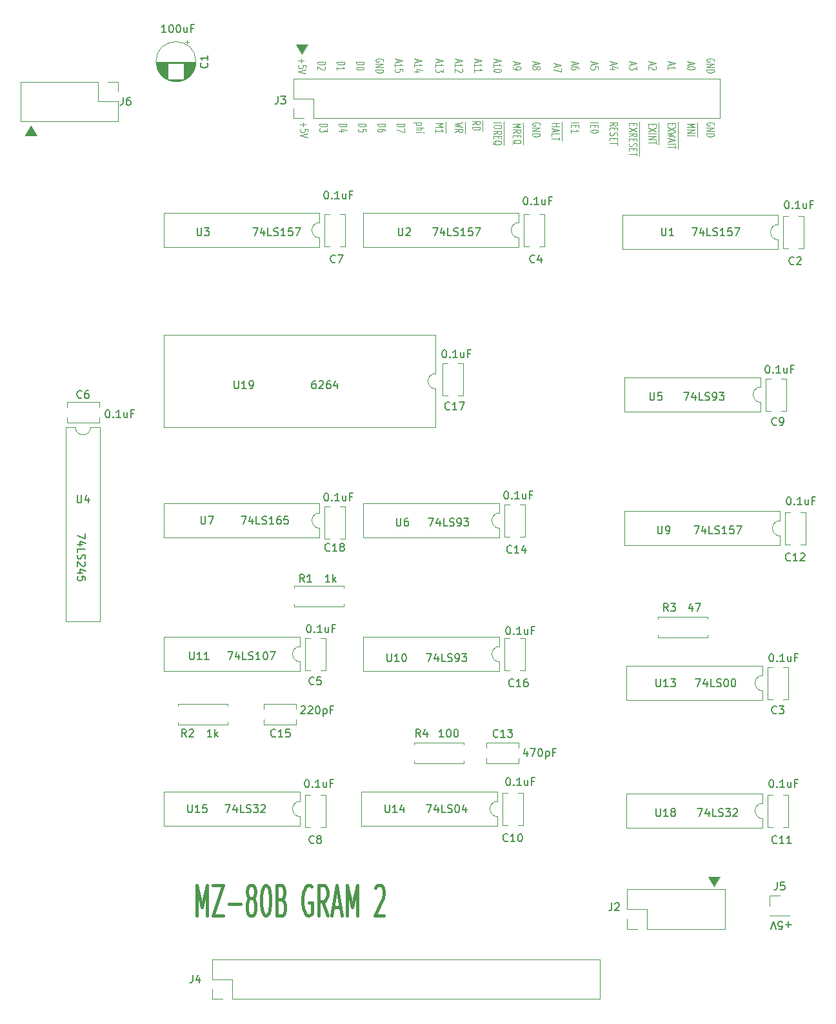
<source format=gto>
G04 #@! TF.GenerationSoftware,KiCad,Pcbnew,(5.1.9)-1*
G04 #@! TF.CreationDate,2025-10-08T16:03:39+09:00*
G04 #@! TF.ProjectId,MZ-80B_GRAM2,4d5a2d38-3042-45f4-9752-414d322e6b69,rev?*
G04 #@! TF.SameCoordinates,PX20a6660PYbcc1c70*
G04 #@! TF.FileFunction,Legend,Top*
G04 #@! TF.FilePolarity,Positive*
%FSLAX46Y46*%
G04 Gerber Fmt 4.6, Leading zero omitted, Abs format (unit mm)*
G04 Created by KiCad (PCBNEW (5.1.9)-1) date 2025-10-08 16:03:39*
%MOMM*%
%LPD*%
G01*
G04 APERTURE LIST*
%ADD10C,0.125000*%
%ADD11C,0.400000*%
%ADD12C,0.150000*%
%ADD13C,0.100000*%
%ADD14C,0.120000*%
G04 APERTURE END LIST*
D10*
X97528000Y123977334D02*
X97575619Y124044000D01*
X97575619Y124144000D01*
X97528000Y124244000D01*
X97432761Y124310667D01*
X97337523Y124344000D01*
X97147047Y124377334D01*
X97004190Y124377334D01*
X96813714Y124344000D01*
X96718476Y124310667D01*
X96623238Y124244000D01*
X96575619Y124144000D01*
X96575619Y124077334D01*
X96623238Y123977334D01*
X96670857Y123944000D01*
X97004190Y123944000D01*
X97004190Y124077334D01*
X96575619Y123644000D02*
X97575619Y123644000D01*
X96575619Y123244000D01*
X97575619Y123244000D01*
X96575619Y122910667D02*
X97575619Y122910667D01*
X97575619Y122744000D01*
X97528000Y122644000D01*
X97432761Y122577334D01*
X97337523Y122544000D01*
X97147047Y122510667D01*
X97004190Y122510667D01*
X96813714Y122544000D01*
X96718476Y122577334D01*
X96623238Y122644000D01*
X96575619Y122744000D01*
X96575619Y122910667D01*
X94321333Y123944000D02*
X94321333Y123610667D01*
X94035619Y124010667D02*
X95035619Y123777334D01*
X94035619Y123544000D01*
X95035619Y123177334D02*
X95035619Y123110667D01*
X94988000Y123044000D01*
X94940380Y123010667D01*
X94845142Y122977334D01*
X94654666Y122944000D01*
X94416571Y122944000D01*
X94226095Y122977334D01*
X94130857Y123010667D01*
X94083238Y123044000D01*
X94035619Y123110667D01*
X94035619Y123177334D01*
X94083238Y123244000D01*
X94130857Y123277334D01*
X94226095Y123310667D01*
X94416571Y123344000D01*
X94654666Y123344000D01*
X94845142Y123310667D01*
X94940380Y123277334D01*
X94988000Y123244000D01*
X95035619Y123177334D01*
X91781333Y123944000D02*
X91781333Y123610667D01*
X91495619Y124010667D02*
X92495619Y123777334D01*
X91495619Y123544000D01*
X91495619Y122944000D02*
X91495619Y123344000D01*
X91495619Y123144000D02*
X92495619Y123144000D01*
X92352761Y123210667D01*
X92257523Y123277334D01*
X92209904Y123344000D01*
X89241333Y123944000D02*
X89241333Y123610667D01*
X88955619Y124010667D02*
X89955619Y123777334D01*
X88955619Y123544000D01*
X89860380Y123344000D02*
X89908000Y123310667D01*
X89955619Y123244000D01*
X89955619Y123077334D01*
X89908000Y123010667D01*
X89860380Y122977334D01*
X89765142Y122944000D01*
X89669904Y122944000D01*
X89527047Y122977334D01*
X88955619Y123377334D01*
X88955619Y122944000D01*
X86701333Y123944000D02*
X86701333Y123610667D01*
X86415619Y124010667D02*
X87415619Y123777334D01*
X86415619Y123544000D01*
X87415619Y123377334D02*
X87415619Y122944000D01*
X87034666Y123177334D01*
X87034666Y123077334D01*
X86987047Y123010667D01*
X86939428Y122977334D01*
X86844190Y122944000D01*
X86606095Y122944000D01*
X86510857Y122977334D01*
X86463238Y123010667D01*
X86415619Y123077334D01*
X86415619Y123277334D01*
X86463238Y123344000D01*
X86510857Y123377334D01*
X84161333Y123944000D02*
X84161333Y123610667D01*
X83875619Y124010667D02*
X84875619Y123777334D01*
X83875619Y123544000D01*
X84542285Y123010667D02*
X83875619Y123010667D01*
X84923238Y123177334D02*
X84208952Y123344000D01*
X84208952Y122910667D01*
X81621333Y123944000D02*
X81621333Y123610667D01*
X81335619Y124010667D02*
X82335619Y123777334D01*
X81335619Y123544000D01*
X82335619Y122977334D02*
X82335619Y123310667D01*
X81859428Y123344000D01*
X81907047Y123310667D01*
X81954666Y123244000D01*
X81954666Y123077334D01*
X81907047Y123010667D01*
X81859428Y122977334D01*
X81764190Y122944000D01*
X81526095Y122944000D01*
X81430857Y122977334D01*
X81383238Y123010667D01*
X81335619Y123077334D01*
X81335619Y123244000D01*
X81383238Y123310667D01*
X81430857Y123344000D01*
X79081333Y123944000D02*
X79081333Y123610667D01*
X78795619Y124010667D02*
X79795619Y123777334D01*
X78795619Y123544000D01*
X79795619Y123010667D02*
X79795619Y123144000D01*
X79748000Y123210667D01*
X79700380Y123244000D01*
X79557523Y123310667D01*
X79367047Y123344000D01*
X78986095Y123344000D01*
X78890857Y123310667D01*
X78843238Y123277334D01*
X78795619Y123210667D01*
X78795619Y123077334D01*
X78843238Y123010667D01*
X78890857Y122977334D01*
X78986095Y122944000D01*
X79224190Y122944000D01*
X79319428Y122977334D01*
X79367047Y123010667D01*
X79414666Y123077334D01*
X79414666Y123210667D01*
X79367047Y123277334D01*
X79319428Y123310667D01*
X79224190Y123344000D01*
X76795333Y123690000D02*
X76795333Y123356667D01*
X76509619Y123756667D02*
X77509619Y123523334D01*
X76509619Y123290000D01*
X77509619Y123123334D02*
X77509619Y122656667D01*
X76509619Y122956667D01*
X74001333Y123944000D02*
X74001333Y123610667D01*
X73715619Y124010667D02*
X74715619Y123777334D01*
X73715619Y123544000D01*
X74287047Y123210667D02*
X74334666Y123277334D01*
X74382285Y123310667D01*
X74477523Y123344000D01*
X74525142Y123344000D01*
X74620380Y123310667D01*
X74668000Y123277334D01*
X74715619Y123210667D01*
X74715619Y123077334D01*
X74668000Y123010667D01*
X74620380Y122977334D01*
X74525142Y122944000D01*
X74477523Y122944000D01*
X74382285Y122977334D01*
X74334666Y123010667D01*
X74287047Y123077334D01*
X74287047Y123210667D01*
X74239428Y123277334D01*
X74191809Y123310667D01*
X74096571Y123344000D01*
X73906095Y123344000D01*
X73810857Y123310667D01*
X73763238Y123277334D01*
X73715619Y123210667D01*
X73715619Y123077334D01*
X73763238Y123010667D01*
X73810857Y122977334D01*
X73906095Y122944000D01*
X74096571Y122944000D01*
X74191809Y122977334D01*
X74239428Y123010667D01*
X74287047Y123077334D01*
X71461333Y123944000D02*
X71461333Y123610667D01*
X71175619Y124010667D02*
X72175619Y123777334D01*
X71175619Y123544000D01*
X71175619Y123277334D02*
X71175619Y123144000D01*
X71223238Y123077334D01*
X71270857Y123044000D01*
X71413714Y122977334D01*
X71604190Y122944000D01*
X71985142Y122944000D01*
X72080380Y122977334D01*
X72128000Y123010667D01*
X72175619Y123077334D01*
X72175619Y123210667D01*
X72128000Y123277334D01*
X72080380Y123310667D01*
X71985142Y123344000D01*
X71747047Y123344000D01*
X71651809Y123310667D01*
X71604190Y123277334D01*
X71556571Y123210667D01*
X71556571Y123077334D01*
X71604190Y123010667D01*
X71651809Y122977334D01*
X71747047Y122944000D01*
X68921333Y124277334D02*
X68921333Y123944000D01*
X68635619Y124344000D02*
X69635619Y124110667D01*
X68635619Y123877334D01*
X68635619Y123277334D02*
X68635619Y123677334D01*
X68635619Y123477334D02*
X69635619Y123477334D01*
X69492761Y123544000D01*
X69397523Y123610667D01*
X69349904Y123677334D01*
X69635619Y122844000D02*
X69635619Y122777334D01*
X69588000Y122710667D01*
X69540380Y122677334D01*
X69445142Y122644000D01*
X69254666Y122610667D01*
X69016571Y122610667D01*
X68826095Y122644000D01*
X68730857Y122677334D01*
X68683238Y122710667D01*
X68635619Y122777334D01*
X68635619Y122844000D01*
X68683238Y122910667D01*
X68730857Y122944000D01*
X68826095Y122977334D01*
X69016571Y123010667D01*
X69254666Y123010667D01*
X69445142Y122977334D01*
X69540380Y122944000D01*
X69588000Y122910667D01*
X69635619Y122844000D01*
X66381333Y124277334D02*
X66381333Y123944000D01*
X66095619Y124344000D02*
X67095619Y124110667D01*
X66095619Y123877334D01*
X66095619Y123277334D02*
X66095619Y123677334D01*
X66095619Y123477334D02*
X67095619Y123477334D01*
X66952761Y123544000D01*
X66857523Y123610667D01*
X66809904Y123677334D01*
X66095619Y122610667D02*
X66095619Y123010667D01*
X66095619Y122810667D02*
X67095619Y122810667D01*
X66952761Y122877334D01*
X66857523Y122944000D01*
X66809904Y123010667D01*
X63841333Y124277334D02*
X63841333Y123944000D01*
X63555619Y124344000D02*
X64555619Y124110667D01*
X63555619Y123877334D01*
X63555619Y123277334D02*
X63555619Y123677334D01*
X63555619Y123477334D02*
X64555619Y123477334D01*
X64412761Y123544000D01*
X64317523Y123610667D01*
X64269904Y123677334D01*
X64460380Y123010667D02*
X64508000Y122977334D01*
X64555619Y122910667D01*
X64555619Y122744000D01*
X64508000Y122677334D01*
X64460380Y122644000D01*
X64365142Y122610667D01*
X64269904Y122610667D01*
X64127047Y122644000D01*
X63555619Y123044000D01*
X63555619Y122610667D01*
X61301333Y124277334D02*
X61301333Y123944000D01*
X61015619Y124344000D02*
X62015619Y124110667D01*
X61015619Y123877334D01*
X61015619Y123277334D02*
X61015619Y123677334D01*
X61015619Y123477334D02*
X62015619Y123477334D01*
X61872761Y123544000D01*
X61777523Y123610667D01*
X61729904Y123677334D01*
X62015619Y123044000D02*
X62015619Y122610667D01*
X61634666Y122844000D01*
X61634666Y122744000D01*
X61587047Y122677334D01*
X61539428Y122644000D01*
X61444190Y122610667D01*
X61206095Y122610667D01*
X61110857Y122644000D01*
X61063238Y122677334D01*
X61015619Y122744000D01*
X61015619Y122944000D01*
X61063238Y123010667D01*
X61110857Y123044000D01*
X58507333Y124277334D02*
X58507333Y123944000D01*
X58221619Y124344000D02*
X59221619Y124110667D01*
X58221619Y123877334D01*
X58221619Y123277334D02*
X58221619Y123677334D01*
X58221619Y123477334D02*
X59221619Y123477334D01*
X59078761Y123544000D01*
X58983523Y123610667D01*
X58935904Y123677334D01*
X58888285Y122677334D02*
X58221619Y122677334D01*
X59269238Y122844000D02*
X58554952Y123010667D01*
X58554952Y122577334D01*
X55967333Y124277334D02*
X55967333Y123944000D01*
X55681619Y124344000D02*
X56681619Y124110667D01*
X55681619Y123877334D01*
X55681619Y123277334D02*
X55681619Y123677334D01*
X55681619Y123477334D02*
X56681619Y123477334D01*
X56538761Y123544000D01*
X56443523Y123610667D01*
X56395904Y123677334D01*
X56681619Y122644000D02*
X56681619Y122977334D01*
X56205428Y123010667D01*
X56253047Y122977334D01*
X56300666Y122910667D01*
X56300666Y122744000D01*
X56253047Y122677334D01*
X56205428Y122644000D01*
X56110190Y122610667D01*
X55872095Y122610667D01*
X55776857Y122644000D01*
X55729238Y122677334D01*
X55681619Y122744000D01*
X55681619Y122910667D01*
X55729238Y122977334D01*
X55776857Y123010667D01*
X54094000Y123977334D02*
X54141619Y124044000D01*
X54141619Y124144000D01*
X54094000Y124244000D01*
X53998761Y124310667D01*
X53903523Y124344000D01*
X53713047Y124377334D01*
X53570190Y124377334D01*
X53379714Y124344000D01*
X53284476Y124310667D01*
X53189238Y124244000D01*
X53141619Y124144000D01*
X53141619Y124077334D01*
X53189238Y123977334D01*
X53236857Y123944000D01*
X53570190Y123944000D01*
X53570190Y124077334D01*
X53141619Y123644000D02*
X54141619Y123644000D01*
X53141619Y123244000D01*
X54141619Y123244000D01*
X53141619Y122910667D02*
X54141619Y122910667D01*
X54141619Y122744000D01*
X54094000Y122644000D01*
X53998761Y122577334D01*
X53903523Y122544000D01*
X53713047Y122510667D01*
X53570190Y122510667D01*
X53379714Y122544000D01*
X53284476Y122577334D01*
X53189238Y122644000D01*
X53141619Y122744000D01*
X53141619Y122910667D01*
X50601619Y123960667D02*
X51601619Y123960667D01*
X51601619Y123794000D01*
X51554000Y123694000D01*
X51458761Y123627334D01*
X51363523Y123594000D01*
X51173047Y123560667D01*
X51030190Y123560667D01*
X50839714Y123594000D01*
X50744476Y123627334D01*
X50649238Y123694000D01*
X50601619Y123794000D01*
X50601619Y123960667D01*
X51601619Y123127334D02*
X51601619Y123060667D01*
X51554000Y122994000D01*
X51506380Y122960667D01*
X51411142Y122927334D01*
X51220666Y122894000D01*
X50982571Y122894000D01*
X50792095Y122927334D01*
X50696857Y122960667D01*
X50649238Y122994000D01*
X50601619Y123060667D01*
X50601619Y123127334D01*
X50649238Y123194000D01*
X50696857Y123227334D01*
X50792095Y123260667D01*
X50982571Y123294000D01*
X51220666Y123294000D01*
X51411142Y123260667D01*
X51506380Y123227334D01*
X51554000Y123194000D01*
X51601619Y123127334D01*
X48061619Y123960667D02*
X49061619Y123960667D01*
X49061619Y123794000D01*
X49014000Y123694000D01*
X48918761Y123627334D01*
X48823523Y123594000D01*
X48633047Y123560667D01*
X48490190Y123560667D01*
X48299714Y123594000D01*
X48204476Y123627334D01*
X48109238Y123694000D01*
X48061619Y123794000D01*
X48061619Y123960667D01*
X48061619Y122894000D02*
X48061619Y123294000D01*
X48061619Y123094000D02*
X49061619Y123094000D01*
X48918761Y123160667D01*
X48823523Y123227334D01*
X48775904Y123294000D01*
X45521619Y123960667D02*
X46521619Y123960667D01*
X46521619Y123794000D01*
X46474000Y123694000D01*
X46378761Y123627334D01*
X46283523Y123594000D01*
X46093047Y123560667D01*
X45950190Y123560667D01*
X45759714Y123594000D01*
X45664476Y123627334D01*
X45569238Y123694000D01*
X45521619Y123794000D01*
X45521619Y123960667D01*
X46426380Y123294000D02*
X46474000Y123260667D01*
X46521619Y123194000D01*
X46521619Y123027334D01*
X46474000Y122960667D01*
X46426380Y122927334D01*
X46331142Y122894000D01*
X46235904Y122894000D01*
X46093047Y122927334D01*
X45521619Y123327334D01*
X45521619Y122894000D01*
X43362571Y124344000D02*
X43362571Y123810667D01*
X42981619Y124077334D02*
X43743523Y124077334D01*
X43981619Y123144000D02*
X43981619Y123477334D01*
X43505428Y123510667D01*
X43553047Y123477334D01*
X43600666Y123410667D01*
X43600666Y123244000D01*
X43553047Y123177334D01*
X43505428Y123144000D01*
X43410190Y123110667D01*
X43172095Y123110667D01*
X43076857Y123144000D01*
X43029238Y123177334D01*
X42981619Y123244000D01*
X42981619Y123410667D01*
X43029238Y123477334D01*
X43076857Y123510667D01*
X43981619Y122910667D02*
X42981619Y122677334D01*
X43981619Y122444000D01*
X97528000Y115595334D02*
X97575619Y115662000D01*
X97575619Y115762000D01*
X97528000Y115862000D01*
X97432761Y115928667D01*
X97337523Y115962000D01*
X97147047Y115995334D01*
X97004190Y115995334D01*
X96813714Y115962000D01*
X96718476Y115928667D01*
X96623238Y115862000D01*
X96575619Y115762000D01*
X96575619Y115695334D01*
X96623238Y115595334D01*
X96670857Y115562000D01*
X97004190Y115562000D01*
X97004190Y115695334D01*
X96575619Y115262000D02*
X97575619Y115262000D01*
X96575619Y114862000D01*
X97575619Y114862000D01*
X96575619Y114528667D02*
X97575619Y114528667D01*
X97575619Y114362000D01*
X97528000Y114262000D01*
X97432761Y114195334D01*
X97337523Y114162000D01*
X97147047Y114128667D01*
X97004190Y114128667D01*
X96813714Y114162000D01*
X96718476Y114195334D01*
X96623238Y114262000D01*
X96575619Y114362000D01*
X96575619Y114528667D01*
X95370500Y115995334D02*
X95370500Y115195334D01*
X94035619Y115828667D02*
X95035619Y115828667D01*
X94321333Y115595334D01*
X95035619Y115362000D01*
X94035619Y115362000D01*
X95370500Y115195334D02*
X95370500Y114462000D01*
X94035619Y115028667D02*
X95035619Y115028667D01*
X94035619Y114628667D01*
X95035619Y114628667D01*
X95370500Y114462000D02*
X95370500Y114128667D01*
X94035619Y114295334D02*
X95035619Y114295334D01*
X92830500Y116083334D02*
X92830500Y115450000D01*
X92019428Y115916667D02*
X92019428Y115683334D01*
X91495619Y115583334D02*
X91495619Y115916667D01*
X92495619Y115916667D01*
X92495619Y115583334D01*
X92830500Y115450000D02*
X92830500Y114783334D01*
X92495619Y115350000D02*
X91495619Y114883334D01*
X92495619Y114883334D02*
X91495619Y115350000D01*
X92830500Y114783334D02*
X92830500Y113983334D01*
X92495619Y114683334D02*
X91495619Y114516667D01*
X92209904Y114383334D01*
X91495619Y114250000D01*
X92495619Y114083334D01*
X92830500Y113983334D02*
X92830500Y113383334D01*
X91781333Y113850000D02*
X91781333Y113516667D01*
X91495619Y113916667D02*
X92495619Y113683334D01*
X91495619Y113450000D01*
X92830500Y113383334D02*
X92830500Y113050000D01*
X91495619Y113216667D02*
X92495619Y113216667D01*
X92830500Y113050000D02*
X92830500Y112516667D01*
X92495619Y112983334D02*
X92495619Y112583334D01*
X91495619Y112783334D02*
X92495619Y112783334D01*
X90290500Y116004000D02*
X90290500Y115370667D01*
X89479428Y115837334D02*
X89479428Y115604000D01*
X88955619Y115504000D02*
X88955619Y115837334D01*
X89955619Y115837334D01*
X89955619Y115504000D01*
X90290500Y115370667D02*
X90290500Y114704000D01*
X89955619Y115270667D02*
X88955619Y114804000D01*
X89955619Y114804000D02*
X88955619Y115270667D01*
X90290500Y114704000D02*
X90290500Y114370667D01*
X88955619Y114537334D02*
X89955619Y114537334D01*
X90290500Y114370667D02*
X90290500Y113637334D01*
X88955619Y114204000D02*
X89955619Y114204000D01*
X88955619Y113804000D01*
X89955619Y113804000D01*
X90290500Y113637334D02*
X90290500Y113104000D01*
X89955619Y113570667D02*
X89955619Y113170667D01*
X88955619Y113370667D02*
X89955619Y113370667D01*
X87750500Y116025334D02*
X87750500Y115392000D01*
X86939428Y115858667D02*
X86939428Y115625334D01*
X86415619Y115525334D02*
X86415619Y115858667D01*
X87415619Y115858667D01*
X87415619Y115525334D01*
X87750500Y115392000D02*
X87750500Y114725334D01*
X87415619Y115292000D02*
X86415619Y114825334D01*
X87415619Y114825334D02*
X86415619Y115292000D01*
X87750500Y114725334D02*
X87750500Y114025334D01*
X86415619Y114158667D02*
X86891809Y114392000D01*
X86415619Y114558667D02*
X87415619Y114558667D01*
X87415619Y114292000D01*
X87368000Y114225334D01*
X87320380Y114192000D01*
X87225142Y114158667D01*
X87082285Y114158667D01*
X86987047Y114192000D01*
X86939428Y114225334D01*
X86891809Y114292000D01*
X86891809Y114558667D01*
X87750500Y114025334D02*
X87750500Y113392000D01*
X86939428Y113858667D02*
X86939428Y113625334D01*
X86415619Y113525334D02*
X86415619Y113858667D01*
X87415619Y113858667D01*
X87415619Y113525334D01*
X87750500Y113392000D02*
X87750500Y112725334D01*
X86463238Y113258667D02*
X86415619Y113158667D01*
X86415619Y112992000D01*
X86463238Y112925334D01*
X86510857Y112892000D01*
X86606095Y112858667D01*
X86701333Y112858667D01*
X86796571Y112892000D01*
X86844190Y112925334D01*
X86891809Y112992000D01*
X86939428Y113125334D01*
X86987047Y113192000D01*
X87034666Y113225334D01*
X87129904Y113258667D01*
X87225142Y113258667D01*
X87320380Y113225334D01*
X87368000Y113192000D01*
X87415619Y113125334D01*
X87415619Y112958667D01*
X87368000Y112858667D01*
X87750500Y112725334D02*
X87750500Y112092000D01*
X86939428Y112558667D02*
X86939428Y112325334D01*
X86415619Y112225334D02*
X86415619Y112558667D01*
X87415619Y112558667D01*
X87415619Y112225334D01*
X87750500Y112092000D02*
X87750500Y111558667D01*
X87415619Y112025334D02*
X87415619Y111625334D01*
X86415619Y111825334D02*
X87415619Y111825334D01*
X83875619Y115570667D02*
X84351809Y115804000D01*
X83875619Y115970667D02*
X84875619Y115970667D01*
X84875619Y115704000D01*
X84828000Y115637334D01*
X84780380Y115604000D01*
X84685142Y115570667D01*
X84542285Y115570667D01*
X84447047Y115604000D01*
X84399428Y115637334D01*
X84351809Y115704000D01*
X84351809Y115970667D01*
X84399428Y115270667D02*
X84399428Y115037334D01*
X83875619Y114937334D02*
X83875619Y115270667D01*
X84875619Y115270667D01*
X84875619Y114937334D01*
X83923238Y114670667D02*
X83875619Y114570667D01*
X83875619Y114404000D01*
X83923238Y114337334D01*
X83970857Y114304000D01*
X84066095Y114270667D01*
X84161333Y114270667D01*
X84256571Y114304000D01*
X84304190Y114337334D01*
X84351809Y114404000D01*
X84399428Y114537334D01*
X84447047Y114604000D01*
X84494666Y114637334D01*
X84589904Y114670667D01*
X84685142Y114670667D01*
X84780380Y114637334D01*
X84828000Y114604000D01*
X84875619Y114537334D01*
X84875619Y114370667D01*
X84828000Y114270667D01*
X84399428Y113970667D02*
X84399428Y113737334D01*
X83875619Y113637334D02*
X83875619Y113970667D01*
X84875619Y113970667D01*
X84875619Y113637334D01*
X84875619Y113437334D02*
X84875619Y113037334D01*
X83875619Y113237334D02*
X84875619Y113237334D01*
X81335619Y115966000D02*
X82335619Y115966000D01*
X81859428Y115632667D02*
X81859428Y115399334D01*
X81335619Y115299334D02*
X81335619Y115632667D01*
X82335619Y115632667D01*
X82335619Y115299334D01*
X82335619Y114866000D02*
X82335619Y114799334D01*
X82288000Y114732667D01*
X82240380Y114699334D01*
X82145142Y114666000D01*
X81954666Y114632667D01*
X81716571Y114632667D01*
X81526095Y114666000D01*
X81430857Y114699334D01*
X81383238Y114732667D01*
X81335619Y114799334D01*
X81335619Y114866000D01*
X81383238Y114932667D01*
X81430857Y114966000D01*
X81526095Y114999334D01*
X81716571Y115032667D01*
X81954666Y115032667D01*
X82145142Y114999334D01*
X82240380Y114966000D01*
X82288000Y114932667D01*
X82335619Y114866000D01*
X78795619Y115966000D02*
X79795619Y115966000D01*
X79319428Y115632667D02*
X79319428Y115399334D01*
X78795619Y115299334D02*
X78795619Y115632667D01*
X79795619Y115632667D01*
X79795619Y115299334D01*
X78795619Y114632667D02*
X78795619Y115032667D01*
X78795619Y114832667D02*
X79795619Y114832667D01*
X79652761Y114899334D01*
X79557523Y114966000D01*
X79509904Y115032667D01*
X77590500Y116024667D02*
X77590500Y115291334D01*
X76255619Y115858000D02*
X77255619Y115858000D01*
X76779428Y115858000D02*
X76779428Y115458000D01*
X76255619Y115458000D02*
X77255619Y115458000D01*
X77590500Y115291334D02*
X77590500Y114691334D01*
X76541333Y115158000D02*
X76541333Y114824667D01*
X76255619Y115224667D02*
X77255619Y114991334D01*
X76255619Y114758000D01*
X77590500Y114691334D02*
X77590500Y114124667D01*
X76255619Y114191334D02*
X76255619Y114524667D01*
X77255619Y114524667D01*
X77590500Y114124667D02*
X77590500Y113591334D01*
X77255619Y114058000D02*
X77255619Y113658000D01*
X76255619Y113858000D02*
X77255619Y113858000D01*
X74668000Y115595334D02*
X74715619Y115662000D01*
X74715619Y115762000D01*
X74668000Y115862000D01*
X74572761Y115928667D01*
X74477523Y115962000D01*
X74287047Y115995334D01*
X74144190Y115995334D01*
X73953714Y115962000D01*
X73858476Y115928667D01*
X73763238Y115862000D01*
X73715619Y115762000D01*
X73715619Y115695334D01*
X73763238Y115595334D01*
X73810857Y115562000D01*
X74144190Y115562000D01*
X74144190Y115695334D01*
X73715619Y115262000D02*
X74715619Y115262000D01*
X73715619Y114862000D01*
X74715619Y114862000D01*
X73715619Y114528667D02*
X74715619Y114528667D01*
X74715619Y114362000D01*
X74668000Y114262000D01*
X74572761Y114195334D01*
X74477523Y114162000D01*
X74287047Y114128667D01*
X74144190Y114128667D01*
X73953714Y114162000D01*
X73858476Y114195334D01*
X73763238Y114262000D01*
X73715619Y114362000D01*
X73715619Y114528667D01*
X72510500Y115987334D02*
X72510500Y115187334D01*
X71175619Y115820667D02*
X72175619Y115820667D01*
X71461333Y115587334D01*
X72175619Y115354000D01*
X71175619Y115354000D01*
X72510500Y115187334D02*
X72510500Y114487334D01*
X71175619Y114620667D02*
X71651809Y114854000D01*
X71175619Y115020667D02*
X72175619Y115020667D01*
X72175619Y114754000D01*
X72128000Y114687334D01*
X72080380Y114654000D01*
X71985142Y114620667D01*
X71842285Y114620667D01*
X71747047Y114654000D01*
X71699428Y114687334D01*
X71651809Y114754000D01*
X71651809Y115020667D01*
X72510500Y114487334D02*
X72510500Y113854000D01*
X71699428Y114320667D02*
X71699428Y114087334D01*
X71175619Y113987334D02*
X71175619Y114320667D01*
X72175619Y114320667D01*
X72175619Y113987334D01*
X72510500Y113854000D02*
X72510500Y113120667D01*
X71080380Y113220667D02*
X71128000Y113287334D01*
X71223238Y113354000D01*
X71366095Y113454000D01*
X71413714Y113520667D01*
X71413714Y113587334D01*
X71175619Y113554000D02*
X71223238Y113620667D01*
X71318476Y113687334D01*
X71508952Y113720667D01*
X71842285Y113720667D01*
X72032761Y113687334D01*
X72128000Y113620667D01*
X72175619Y113554000D01*
X72175619Y113420667D01*
X72128000Y113354000D01*
X72032761Y113287334D01*
X71842285Y113254000D01*
X71508952Y113254000D01*
X71318476Y113287334D01*
X71223238Y113354000D01*
X71175619Y113420667D01*
X71175619Y113554000D01*
X69970500Y116120667D02*
X69970500Y115787334D01*
X68635619Y115954000D02*
X69635619Y115954000D01*
X69970500Y115787334D02*
X69970500Y115054000D01*
X69635619Y115487334D02*
X69635619Y115354000D01*
X69588000Y115287334D01*
X69492761Y115220667D01*
X69302285Y115187334D01*
X68968952Y115187334D01*
X68778476Y115220667D01*
X68683238Y115287334D01*
X68635619Y115354000D01*
X68635619Y115487334D01*
X68683238Y115554000D01*
X68778476Y115620667D01*
X68968952Y115654000D01*
X69302285Y115654000D01*
X69492761Y115620667D01*
X69588000Y115554000D01*
X69635619Y115487334D01*
X69970500Y115054000D02*
X69970500Y114354000D01*
X68635619Y114487334D02*
X69111809Y114720667D01*
X68635619Y114887334D02*
X69635619Y114887334D01*
X69635619Y114620667D01*
X69588000Y114554000D01*
X69540380Y114520667D01*
X69445142Y114487334D01*
X69302285Y114487334D01*
X69207047Y114520667D01*
X69159428Y114554000D01*
X69111809Y114620667D01*
X69111809Y114887334D01*
X69970500Y114354000D02*
X69970500Y113720667D01*
X69159428Y114187334D02*
X69159428Y113954000D01*
X68635619Y113854000D02*
X68635619Y114187334D01*
X69635619Y114187334D01*
X69635619Y113854000D01*
X69970500Y113720667D02*
X69970500Y112987334D01*
X68540380Y113087334D02*
X68588000Y113154000D01*
X68683238Y113220667D01*
X68826095Y113320667D01*
X68873714Y113387334D01*
X68873714Y113454000D01*
X68635619Y113420667D02*
X68683238Y113487334D01*
X68778476Y113554000D01*
X68968952Y113587334D01*
X69302285Y113587334D01*
X69492761Y113554000D01*
X69588000Y113487334D01*
X69635619Y113420667D01*
X69635619Y113287334D01*
X69588000Y113220667D01*
X69492761Y113154000D01*
X69302285Y113120667D01*
X68968952Y113120667D01*
X68778476Y113154000D01*
X68683238Y113220667D01*
X68635619Y113287334D01*
X68635619Y113420667D01*
X67176500Y116270000D02*
X67176500Y115570000D01*
X65841619Y115703334D02*
X66317809Y115936667D01*
X65841619Y116103334D02*
X66841619Y116103334D01*
X66841619Y115836667D01*
X66794000Y115770000D01*
X66746380Y115736667D01*
X66651142Y115703334D01*
X66508285Y115703334D01*
X66413047Y115736667D01*
X66365428Y115770000D01*
X66317809Y115836667D01*
X66317809Y116103334D01*
X67176500Y115570000D02*
X67176500Y114870000D01*
X65841619Y115403334D02*
X66841619Y115403334D01*
X66841619Y115236667D01*
X66794000Y115136667D01*
X66698761Y115070000D01*
X66603523Y115036667D01*
X66413047Y115003334D01*
X66270190Y115003334D01*
X66079714Y115036667D01*
X65984476Y115070000D01*
X65889238Y115136667D01*
X65841619Y115236667D01*
X65841619Y115403334D01*
X64890500Y116066000D02*
X64890500Y115266000D01*
X64555619Y115966000D02*
X63555619Y115799334D01*
X64269904Y115666000D01*
X63555619Y115532667D01*
X64555619Y115366000D01*
X64890500Y115266000D02*
X64890500Y114566000D01*
X63555619Y114699334D02*
X64031809Y114932667D01*
X63555619Y115099334D02*
X64555619Y115099334D01*
X64555619Y114832667D01*
X64508000Y114766000D01*
X64460380Y114732667D01*
X64365142Y114699334D01*
X64222285Y114699334D01*
X64127047Y114732667D01*
X64079428Y114766000D01*
X64031809Y114832667D01*
X64031809Y115099334D01*
X62350500Y116049334D02*
X62350500Y115249334D01*
X61015619Y115882667D02*
X62015619Y115882667D01*
X61301333Y115649334D01*
X62015619Y115416000D01*
X61015619Y115416000D01*
X62350500Y115249334D02*
X62350500Y114582667D01*
X61015619Y114716000D02*
X61015619Y115116000D01*
X61015619Y114916000D02*
X62015619Y114916000D01*
X61872761Y114982667D01*
X61777523Y115049334D01*
X61729904Y115116000D01*
X59142285Y115949334D02*
X58142285Y115949334D01*
X59094666Y115949334D02*
X59142285Y115882667D01*
X59142285Y115749334D01*
X59094666Y115682667D01*
X59047047Y115649334D01*
X58951809Y115616000D01*
X58666095Y115616000D01*
X58570857Y115649334D01*
X58523238Y115682667D01*
X58475619Y115749334D01*
X58475619Y115882667D01*
X58523238Y115949334D01*
X58475619Y115316000D02*
X59475619Y115316000D01*
X58475619Y115016000D02*
X58999428Y115016000D01*
X59094666Y115049334D01*
X59142285Y115116000D01*
X59142285Y115216000D01*
X59094666Y115282667D01*
X59047047Y115316000D01*
X58475619Y114682667D02*
X59142285Y114682667D01*
X59475619Y114682667D02*
X59428000Y114716000D01*
X59380380Y114682667D01*
X59428000Y114649334D01*
X59475619Y114682667D01*
X59380380Y114682667D01*
X55935619Y115832667D02*
X56935619Y115832667D01*
X56935619Y115666000D01*
X56888000Y115566000D01*
X56792761Y115499334D01*
X56697523Y115466000D01*
X56507047Y115432667D01*
X56364190Y115432667D01*
X56173714Y115466000D01*
X56078476Y115499334D01*
X55983238Y115566000D01*
X55935619Y115666000D01*
X55935619Y115832667D01*
X56935619Y115199334D02*
X56935619Y114732667D01*
X55935619Y115032667D01*
X53395619Y115832667D02*
X54395619Y115832667D01*
X54395619Y115666000D01*
X54348000Y115566000D01*
X54252761Y115499334D01*
X54157523Y115466000D01*
X53967047Y115432667D01*
X53824190Y115432667D01*
X53633714Y115466000D01*
X53538476Y115499334D01*
X53443238Y115566000D01*
X53395619Y115666000D01*
X53395619Y115832667D01*
X54395619Y114832667D02*
X54395619Y114966000D01*
X54348000Y115032667D01*
X54300380Y115066000D01*
X54157523Y115132667D01*
X53967047Y115166000D01*
X53586095Y115166000D01*
X53490857Y115132667D01*
X53443238Y115099334D01*
X53395619Y115032667D01*
X53395619Y114899334D01*
X53443238Y114832667D01*
X53490857Y114799334D01*
X53586095Y114766000D01*
X53824190Y114766000D01*
X53919428Y114799334D01*
X53967047Y114832667D01*
X54014666Y114899334D01*
X54014666Y115032667D01*
X53967047Y115099334D01*
X53919428Y115132667D01*
X53824190Y115166000D01*
X50855619Y115832667D02*
X51855619Y115832667D01*
X51855619Y115666000D01*
X51808000Y115566000D01*
X51712761Y115499334D01*
X51617523Y115466000D01*
X51427047Y115432667D01*
X51284190Y115432667D01*
X51093714Y115466000D01*
X50998476Y115499334D01*
X50903238Y115566000D01*
X50855619Y115666000D01*
X50855619Y115832667D01*
X51855619Y114799334D02*
X51855619Y115132667D01*
X51379428Y115166000D01*
X51427047Y115132667D01*
X51474666Y115066000D01*
X51474666Y114899334D01*
X51427047Y114832667D01*
X51379428Y114799334D01*
X51284190Y114766000D01*
X51046095Y114766000D01*
X50950857Y114799334D01*
X50903238Y114832667D01*
X50855619Y114899334D01*
X50855619Y115066000D01*
X50903238Y115132667D01*
X50950857Y115166000D01*
X48315619Y115832667D02*
X49315619Y115832667D01*
X49315619Y115666000D01*
X49268000Y115566000D01*
X49172761Y115499334D01*
X49077523Y115466000D01*
X48887047Y115432667D01*
X48744190Y115432667D01*
X48553714Y115466000D01*
X48458476Y115499334D01*
X48363238Y115566000D01*
X48315619Y115666000D01*
X48315619Y115832667D01*
X48982285Y114832667D02*
X48315619Y114832667D01*
X49363238Y114999334D02*
X48648952Y115166000D01*
X48648952Y114732667D01*
X45775619Y115832667D02*
X46775619Y115832667D01*
X46775619Y115666000D01*
X46728000Y115566000D01*
X46632761Y115499334D01*
X46537523Y115466000D01*
X46347047Y115432667D01*
X46204190Y115432667D01*
X46013714Y115466000D01*
X45918476Y115499334D01*
X45823238Y115566000D01*
X45775619Y115666000D01*
X45775619Y115832667D01*
X46775619Y115199334D02*
X46775619Y114766000D01*
X46394666Y114999334D01*
X46394666Y114899334D01*
X46347047Y114832667D01*
X46299428Y114799334D01*
X46204190Y114766000D01*
X45966095Y114766000D01*
X45870857Y114799334D01*
X45823238Y114832667D01*
X45775619Y114899334D01*
X45775619Y115099334D01*
X45823238Y115166000D01*
X45870857Y115199334D01*
X43616571Y115962000D02*
X43616571Y115428667D01*
X43235619Y115695334D02*
X43997523Y115695334D01*
X44235619Y114762000D02*
X44235619Y115095334D01*
X43759428Y115128667D01*
X43807047Y115095334D01*
X43854666Y115028667D01*
X43854666Y114862000D01*
X43807047Y114795334D01*
X43759428Y114762000D01*
X43664190Y114728667D01*
X43426095Y114728667D01*
X43330857Y114762000D01*
X43283238Y114795334D01*
X43235619Y114862000D01*
X43235619Y115028667D01*
X43283238Y115095334D01*
X43330857Y115128667D01*
X44235619Y114528667D02*
X43235619Y114295334D01*
X44235619Y114062000D01*
D11*
X29671904Y11906477D02*
X29671904Y15906477D01*
X30338571Y13049334D01*
X31005238Y15906477D01*
X31005238Y11906477D01*
X31767142Y15906477D02*
X33100476Y15906477D01*
X31767142Y11906477D01*
X33100476Y11906477D01*
X33862380Y13430286D02*
X35386190Y13430286D01*
X36624285Y14192191D02*
X36433809Y14382667D01*
X36338571Y14573143D01*
X36243333Y14954096D01*
X36243333Y15144572D01*
X36338571Y15525524D01*
X36433809Y15716000D01*
X36624285Y15906477D01*
X37005238Y15906477D01*
X37195714Y15716000D01*
X37290952Y15525524D01*
X37386190Y15144572D01*
X37386190Y14954096D01*
X37290952Y14573143D01*
X37195714Y14382667D01*
X37005238Y14192191D01*
X36624285Y14192191D01*
X36433809Y14001715D01*
X36338571Y13811239D01*
X36243333Y13430286D01*
X36243333Y12668381D01*
X36338571Y12287429D01*
X36433809Y12096953D01*
X36624285Y11906477D01*
X37005238Y11906477D01*
X37195714Y12096953D01*
X37290952Y12287429D01*
X37386190Y12668381D01*
X37386190Y13430286D01*
X37290952Y13811239D01*
X37195714Y14001715D01*
X37005238Y14192191D01*
X38624285Y15906477D02*
X38814761Y15906477D01*
X39005238Y15716000D01*
X39100476Y15525524D01*
X39195714Y15144572D01*
X39290952Y14382667D01*
X39290952Y13430286D01*
X39195714Y12668381D01*
X39100476Y12287429D01*
X39005238Y12096953D01*
X38814761Y11906477D01*
X38624285Y11906477D01*
X38433809Y12096953D01*
X38338571Y12287429D01*
X38243333Y12668381D01*
X38148095Y13430286D01*
X38148095Y14382667D01*
X38243333Y15144572D01*
X38338571Y15525524D01*
X38433809Y15716000D01*
X38624285Y15906477D01*
X40814761Y14001715D02*
X41100476Y13811239D01*
X41195714Y13620762D01*
X41290952Y13239810D01*
X41290952Y12668381D01*
X41195714Y12287429D01*
X41100476Y12096953D01*
X40910000Y11906477D01*
X40148095Y11906477D01*
X40148095Y15906477D01*
X40814761Y15906477D01*
X41005238Y15716000D01*
X41100476Y15525524D01*
X41195714Y15144572D01*
X41195714Y14763620D01*
X41100476Y14382667D01*
X41005238Y14192191D01*
X40814761Y14001715D01*
X40148095Y14001715D01*
X44719523Y15716000D02*
X44529047Y15906477D01*
X44243333Y15906477D01*
X43957619Y15716000D01*
X43767142Y15335048D01*
X43671904Y14954096D01*
X43576666Y14192191D01*
X43576666Y13620762D01*
X43671904Y12858858D01*
X43767142Y12477905D01*
X43957619Y12096953D01*
X44243333Y11906477D01*
X44433809Y11906477D01*
X44719523Y12096953D01*
X44814761Y12287429D01*
X44814761Y13620762D01*
X44433809Y13620762D01*
X46814761Y11906477D02*
X46148095Y13811239D01*
X45671904Y11906477D02*
X45671904Y15906477D01*
X46433809Y15906477D01*
X46624285Y15716000D01*
X46719523Y15525524D01*
X46814761Y15144572D01*
X46814761Y14573143D01*
X46719523Y14192191D01*
X46624285Y14001715D01*
X46433809Y13811239D01*
X45671904Y13811239D01*
X47576666Y13049334D02*
X48529047Y13049334D01*
X47386190Y11906477D02*
X48052857Y15906477D01*
X48719523Y11906477D01*
X49386190Y11906477D02*
X49386190Y15906477D01*
X50052857Y13049334D01*
X50719523Y15906477D01*
X50719523Y11906477D01*
X53100476Y15525524D02*
X53195714Y15716000D01*
X53386190Y15906477D01*
X53862380Y15906477D01*
X54052857Y15716000D01*
X54148095Y15525524D01*
X54243333Y15144572D01*
X54243333Y14763620D01*
X54148095Y14192191D01*
X53005238Y11906477D01*
X54243333Y11906477D01*
D12*
X15025619Y62047048D02*
X15025619Y61380381D01*
X14025619Y61808953D01*
X14692285Y60570858D02*
X14025619Y60570858D01*
X15073238Y60808953D02*
X14358952Y61047048D01*
X14358952Y60428000D01*
X14025619Y59570858D02*
X14025619Y60047048D01*
X15025619Y60047048D01*
X14073238Y59285143D02*
X14025619Y59142286D01*
X14025619Y58904191D01*
X14073238Y58808953D01*
X14120857Y58761334D01*
X14216095Y58713715D01*
X14311333Y58713715D01*
X14406571Y58761334D01*
X14454190Y58808953D01*
X14501809Y58904191D01*
X14549428Y59094667D01*
X14597047Y59189905D01*
X14644666Y59237524D01*
X14739904Y59285143D01*
X14835142Y59285143D01*
X14930380Y59237524D01*
X14978000Y59189905D01*
X15025619Y59094667D01*
X15025619Y58856572D01*
X14978000Y58713715D01*
X14930380Y58332762D02*
X14978000Y58285143D01*
X15025619Y58189905D01*
X15025619Y57951810D01*
X14978000Y57856572D01*
X14930380Y57808953D01*
X14835142Y57761334D01*
X14739904Y57761334D01*
X14597047Y57808953D01*
X14025619Y58380381D01*
X14025619Y57761334D01*
X14692285Y56904191D02*
X14025619Y56904191D01*
X15073238Y57142286D02*
X14358952Y57380381D01*
X14358952Y56761334D01*
X15025619Y55904191D02*
X15025619Y56380381D01*
X14549428Y56428000D01*
X14597047Y56380381D01*
X14644666Y56285143D01*
X14644666Y56047048D01*
X14597047Y55951810D01*
X14549428Y55904191D01*
X14454190Y55856572D01*
X14216095Y55856572D01*
X14120857Y55904191D01*
X14073238Y55951810D01*
X14025619Y56047048D01*
X14025619Y56285143D01*
X14073238Y56380381D01*
X14120857Y56428000D01*
X47124952Y55681620D02*
X46553523Y55681620D01*
X46839238Y55681620D02*
X46839238Y56681620D01*
X46744000Y56538762D01*
X46648761Y56443524D01*
X46553523Y56395905D01*
X47553523Y55681620D02*
X47553523Y56681620D01*
X47648761Y56062572D02*
X47934476Y55681620D01*
X47934476Y56348286D02*
X47553523Y55967334D01*
X31630952Y35361620D02*
X31059523Y35361620D01*
X31345238Y35361620D02*
X31345238Y36361620D01*
X31250000Y36218762D01*
X31154761Y36123524D01*
X31059523Y36075905D01*
X32059523Y35361620D02*
X32059523Y36361620D01*
X32154761Y35742572D02*
X32440476Y35361620D01*
X32440476Y36028286D02*
X32059523Y35647334D01*
X94710285Y52538286D02*
X94710285Y51871620D01*
X94472190Y52919239D02*
X94234095Y52204953D01*
X94853142Y52204953D01*
X95138857Y52871620D02*
X95805523Y52871620D01*
X95376952Y51871620D01*
X62071333Y35361620D02*
X61499904Y35361620D01*
X61785619Y35361620D02*
X61785619Y36361620D01*
X61690380Y36218762D01*
X61595142Y36123524D01*
X61499904Y36075905D01*
X62690380Y36361620D02*
X62785619Y36361620D01*
X62880857Y36314000D01*
X62928476Y36266381D01*
X62976095Y36171143D01*
X63023714Y35980667D01*
X63023714Y35742572D01*
X62976095Y35552096D01*
X62928476Y35456858D01*
X62880857Y35409239D01*
X62785619Y35361620D01*
X62690380Y35361620D01*
X62595142Y35409239D01*
X62547523Y35456858D01*
X62499904Y35552096D01*
X62452285Y35742572D01*
X62452285Y35980667D01*
X62499904Y36171143D01*
X62547523Y36266381D01*
X62595142Y36314000D01*
X62690380Y36361620D01*
X63642761Y36361620D02*
X63738000Y36361620D01*
X63833238Y36314000D01*
X63880857Y36266381D01*
X63928476Y36171143D01*
X63976095Y35980667D01*
X63976095Y35742572D01*
X63928476Y35552096D01*
X63880857Y35456858D01*
X63833238Y35409239D01*
X63738000Y35361620D01*
X63642761Y35361620D01*
X63547523Y35409239D01*
X63499904Y35456858D01*
X63452285Y35552096D01*
X63404666Y35742572D01*
X63404666Y35980667D01*
X63452285Y36171143D01*
X63499904Y36266381D01*
X63547523Y36314000D01*
X63642761Y36361620D01*
X107711714Y10739429D02*
X106949809Y10739429D01*
X107330761Y11120381D02*
X107330761Y10358477D01*
X105997428Y10120381D02*
X106473619Y10120381D01*
X106521238Y10596572D01*
X106473619Y10548953D01*
X106378380Y10501334D01*
X106140285Y10501334D01*
X106045047Y10548953D01*
X105997428Y10596572D01*
X105949809Y10691810D01*
X105949809Y10929905D01*
X105997428Y11025143D01*
X106045047Y11072762D01*
X106140285Y11120381D01*
X106378380Y11120381D01*
X106473619Y11072762D01*
X106521238Y11025143D01*
X105664095Y10120381D02*
X105330761Y11120381D01*
X104997428Y10120381D01*
X95401142Y25947620D02*
X96067809Y25947620D01*
X95639238Y24947620D01*
X96877333Y25614286D02*
X96877333Y24947620D01*
X96639238Y25995239D02*
X96401142Y25280953D01*
X97020190Y25280953D01*
X97877333Y24947620D02*
X97401142Y24947620D01*
X97401142Y25947620D01*
X98163047Y24995239D02*
X98305904Y24947620D01*
X98544000Y24947620D01*
X98639238Y24995239D01*
X98686857Y25042858D01*
X98734476Y25138096D01*
X98734476Y25233334D01*
X98686857Y25328572D01*
X98639238Y25376191D01*
X98544000Y25423810D01*
X98353523Y25471429D01*
X98258285Y25519048D01*
X98210666Y25566667D01*
X98163047Y25661905D01*
X98163047Y25757143D01*
X98210666Y25852381D01*
X98258285Y25900000D01*
X98353523Y25947620D01*
X98591619Y25947620D01*
X98734476Y25900000D01*
X99067809Y25947620D02*
X99686857Y25947620D01*
X99353523Y25566667D01*
X99496380Y25566667D01*
X99591619Y25519048D01*
X99639238Y25471429D01*
X99686857Y25376191D01*
X99686857Y25138096D01*
X99639238Y25042858D01*
X99591619Y24995239D01*
X99496380Y24947620D01*
X99210666Y24947620D01*
X99115428Y24995239D01*
X99067809Y25042858D01*
X100067809Y25852381D02*
X100115428Y25900000D01*
X100210666Y25947620D01*
X100448761Y25947620D01*
X100544000Y25900000D01*
X100591619Y25852381D01*
X100639238Y25757143D01*
X100639238Y25661905D01*
X100591619Y25519048D01*
X100020190Y24947620D01*
X100639238Y24947620D01*
X59841142Y26455620D02*
X60507809Y26455620D01*
X60079238Y25455620D01*
X61317333Y26122286D02*
X61317333Y25455620D01*
X61079238Y26503239D02*
X60841142Y25788953D01*
X61460190Y25788953D01*
X62317333Y25455620D02*
X61841142Y25455620D01*
X61841142Y26455620D01*
X62603047Y25503239D02*
X62745904Y25455620D01*
X62984000Y25455620D01*
X63079238Y25503239D01*
X63126857Y25550858D01*
X63174476Y25646096D01*
X63174476Y25741334D01*
X63126857Y25836572D01*
X63079238Y25884191D01*
X62984000Y25931810D01*
X62793523Y25979429D01*
X62698285Y26027048D01*
X62650666Y26074667D01*
X62603047Y26169905D01*
X62603047Y26265143D01*
X62650666Y26360381D01*
X62698285Y26408000D01*
X62793523Y26455620D01*
X63031619Y26455620D01*
X63174476Y26408000D01*
X63793523Y26455620D02*
X63888761Y26455620D01*
X63984000Y26408000D01*
X64031619Y26360381D01*
X64079238Y26265143D01*
X64126857Y26074667D01*
X64126857Y25836572D01*
X64079238Y25646096D01*
X64031619Y25550858D01*
X63984000Y25503239D01*
X63888761Y25455620D01*
X63793523Y25455620D01*
X63698285Y25503239D01*
X63650666Y25550858D01*
X63603047Y25646096D01*
X63555428Y25836572D01*
X63555428Y26074667D01*
X63603047Y26265143D01*
X63650666Y26360381D01*
X63698285Y26408000D01*
X63793523Y26455620D01*
X64984000Y26122286D02*
X64984000Y25455620D01*
X64745904Y26503239D02*
X64507809Y25788953D01*
X65126857Y25788953D01*
X33425142Y26455620D02*
X34091809Y26455620D01*
X33663238Y25455620D01*
X34901333Y26122286D02*
X34901333Y25455620D01*
X34663238Y26503239D02*
X34425142Y25788953D01*
X35044190Y25788953D01*
X35901333Y25455620D02*
X35425142Y25455620D01*
X35425142Y26455620D01*
X36187047Y25503239D02*
X36329904Y25455620D01*
X36568000Y25455620D01*
X36663238Y25503239D01*
X36710857Y25550858D01*
X36758476Y25646096D01*
X36758476Y25741334D01*
X36710857Y25836572D01*
X36663238Y25884191D01*
X36568000Y25931810D01*
X36377523Y25979429D01*
X36282285Y26027048D01*
X36234666Y26074667D01*
X36187047Y26169905D01*
X36187047Y26265143D01*
X36234666Y26360381D01*
X36282285Y26408000D01*
X36377523Y26455620D01*
X36615619Y26455620D01*
X36758476Y26408000D01*
X37091809Y26455620D02*
X37710857Y26455620D01*
X37377523Y26074667D01*
X37520380Y26074667D01*
X37615619Y26027048D01*
X37663238Y25979429D01*
X37710857Y25884191D01*
X37710857Y25646096D01*
X37663238Y25550858D01*
X37615619Y25503239D01*
X37520380Y25455620D01*
X37234666Y25455620D01*
X37139428Y25503239D01*
X37091809Y25550858D01*
X38091809Y26360381D02*
X38139428Y26408000D01*
X38234666Y26455620D01*
X38472761Y26455620D01*
X38568000Y26408000D01*
X38615619Y26360381D01*
X38663238Y26265143D01*
X38663238Y26169905D01*
X38615619Y26027048D01*
X38044190Y25455620D01*
X38663238Y25455620D01*
X33710952Y46521620D02*
X34377619Y46521620D01*
X33949047Y45521620D01*
X35187142Y46188286D02*
X35187142Y45521620D01*
X34949047Y46569239D02*
X34710952Y45854953D01*
X35330000Y45854953D01*
X36187142Y45521620D02*
X35710952Y45521620D01*
X35710952Y46521620D01*
X36472857Y45569239D02*
X36615714Y45521620D01*
X36853809Y45521620D01*
X36949047Y45569239D01*
X36996666Y45616858D01*
X37044285Y45712096D01*
X37044285Y45807334D01*
X36996666Y45902572D01*
X36949047Y45950191D01*
X36853809Y45997810D01*
X36663333Y46045429D01*
X36568095Y46093048D01*
X36520476Y46140667D01*
X36472857Y46235905D01*
X36472857Y46331143D01*
X36520476Y46426381D01*
X36568095Y46474000D01*
X36663333Y46521620D01*
X36901428Y46521620D01*
X37044285Y46474000D01*
X37996666Y45521620D02*
X37425238Y45521620D01*
X37710952Y45521620D02*
X37710952Y46521620D01*
X37615714Y46378762D01*
X37520476Y46283524D01*
X37425238Y46235905D01*
X38615714Y46521620D02*
X38710952Y46521620D01*
X38806190Y46474000D01*
X38853809Y46426381D01*
X38901428Y46331143D01*
X38949047Y46140667D01*
X38949047Y45902572D01*
X38901428Y45712096D01*
X38853809Y45616858D01*
X38806190Y45569239D01*
X38710952Y45521620D01*
X38615714Y45521620D01*
X38520476Y45569239D01*
X38472857Y45616858D01*
X38425238Y45712096D01*
X38377619Y45902572D01*
X38377619Y46140667D01*
X38425238Y46331143D01*
X38472857Y46426381D01*
X38520476Y46474000D01*
X38615714Y46521620D01*
X39282380Y46521620D02*
X39949047Y46521620D01*
X39520476Y45521620D01*
X59841142Y46267620D02*
X60507809Y46267620D01*
X60079238Y45267620D01*
X61317333Y45934286D02*
X61317333Y45267620D01*
X61079238Y46315239D02*
X60841142Y45600953D01*
X61460190Y45600953D01*
X62317333Y45267620D02*
X61841142Y45267620D01*
X61841142Y46267620D01*
X62603047Y45315239D02*
X62745904Y45267620D01*
X62984000Y45267620D01*
X63079238Y45315239D01*
X63126857Y45362858D01*
X63174476Y45458096D01*
X63174476Y45553334D01*
X63126857Y45648572D01*
X63079238Y45696191D01*
X62984000Y45743810D01*
X62793523Y45791429D01*
X62698285Y45839048D01*
X62650666Y45886667D01*
X62603047Y45981905D01*
X62603047Y46077143D01*
X62650666Y46172381D01*
X62698285Y46220000D01*
X62793523Y46267620D01*
X63031619Y46267620D01*
X63174476Y46220000D01*
X63650666Y45267620D02*
X63841142Y45267620D01*
X63936380Y45315239D01*
X63984000Y45362858D01*
X64079238Y45505715D01*
X64126857Y45696191D01*
X64126857Y46077143D01*
X64079238Y46172381D01*
X64031619Y46220000D01*
X63936380Y46267620D01*
X63745904Y46267620D01*
X63650666Y46220000D01*
X63603047Y46172381D01*
X63555428Y46077143D01*
X63555428Y45839048D01*
X63603047Y45743810D01*
X63650666Y45696191D01*
X63745904Y45648572D01*
X63936380Y45648572D01*
X64031619Y45696191D01*
X64079238Y45743810D01*
X64126857Y45839048D01*
X64460190Y46267620D02*
X65079238Y46267620D01*
X64745904Y45886667D01*
X64888761Y45886667D01*
X64984000Y45839048D01*
X65031619Y45791429D01*
X65079238Y45696191D01*
X65079238Y45458096D01*
X65031619Y45362858D01*
X64984000Y45315239D01*
X64888761Y45267620D01*
X64603047Y45267620D01*
X64507809Y45315239D01*
X64460190Y45362858D01*
X95147142Y42965620D02*
X95813809Y42965620D01*
X95385238Y41965620D01*
X96623333Y42632286D02*
X96623333Y41965620D01*
X96385238Y43013239D02*
X96147142Y42298953D01*
X96766190Y42298953D01*
X97623333Y41965620D02*
X97147142Y41965620D01*
X97147142Y42965620D01*
X97909047Y42013239D02*
X98051904Y41965620D01*
X98290000Y41965620D01*
X98385238Y42013239D01*
X98432857Y42060858D01*
X98480476Y42156096D01*
X98480476Y42251334D01*
X98432857Y42346572D01*
X98385238Y42394191D01*
X98290000Y42441810D01*
X98099523Y42489429D01*
X98004285Y42537048D01*
X97956666Y42584667D01*
X97909047Y42679905D01*
X97909047Y42775143D01*
X97956666Y42870381D01*
X98004285Y42918000D01*
X98099523Y42965620D01*
X98337619Y42965620D01*
X98480476Y42918000D01*
X99099523Y42965620D02*
X99194761Y42965620D01*
X99290000Y42918000D01*
X99337619Y42870381D01*
X99385238Y42775143D01*
X99432857Y42584667D01*
X99432857Y42346572D01*
X99385238Y42156096D01*
X99337619Y42060858D01*
X99290000Y42013239D01*
X99194761Y41965620D01*
X99099523Y41965620D01*
X99004285Y42013239D01*
X98956666Y42060858D01*
X98909047Y42156096D01*
X98861428Y42346572D01*
X98861428Y42584667D01*
X98909047Y42775143D01*
X98956666Y42870381D01*
X99004285Y42918000D01*
X99099523Y42965620D01*
X100051904Y42965620D02*
X100147142Y42965620D01*
X100242380Y42918000D01*
X100290000Y42870381D01*
X100337619Y42775143D01*
X100385238Y42584667D01*
X100385238Y42346572D01*
X100337619Y42156096D01*
X100290000Y42060858D01*
X100242380Y42013239D01*
X100147142Y41965620D01*
X100051904Y41965620D01*
X99956666Y42013239D01*
X99909047Y42060858D01*
X99861428Y42156096D01*
X99813809Y42346572D01*
X99813809Y42584667D01*
X99861428Y42775143D01*
X99909047Y42870381D01*
X99956666Y42918000D01*
X100051904Y42965620D01*
X35488952Y64301620D02*
X36155619Y64301620D01*
X35727047Y63301620D01*
X36965142Y63968286D02*
X36965142Y63301620D01*
X36727047Y64349239D02*
X36488952Y63634953D01*
X37108000Y63634953D01*
X37965142Y63301620D02*
X37488952Y63301620D01*
X37488952Y64301620D01*
X38250857Y63349239D02*
X38393714Y63301620D01*
X38631809Y63301620D01*
X38727047Y63349239D01*
X38774666Y63396858D01*
X38822285Y63492096D01*
X38822285Y63587334D01*
X38774666Y63682572D01*
X38727047Y63730191D01*
X38631809Y63777810D01*
X38441333Y63825429D01*
X38346095Y63873048D01*
X38298476Y63920667D01*
X38250857Y64015905D01*
X38250857Y64111143D01*
X38298476Y64206381D01*
X38346095Y64254000D01*
X38441333Y64301620D01*
X38679428Y64301620D01*
X38822285Y64254000D01*
X39774666Y63301620D02*
X39203238Y63301620D01*
X39488952Y63301620D02*
X39488952Y64301620D01*
X39393714Y64158762D01*
X39298476Y64063524D01*
X39203238Y64015905D01*
X40631809Y64301620D02*
X40441333Y64301620D01*
X40346095Y64254000D01*
X40298476Y64206381D01*
X40203238Y64063524D01*
X40155619Y63873048D01*
X40155619Y63492096D01*
X40203238Y63396858D01*
X40250857Y63349239D01*
X40346095Y63301620D01*
X40536571Y63301620D01*
X40631809Y63349239D01*
X40679428Y63396858D01*
X40727047Y63492096D01*
X40727047Y63730191D01*
X40679428Y63825429D01*
X40631809Y63873048D01*
X40536571Y63920667D01*
X40346095Y63920667D01*
X40250857Y63873048D01*
X40203238Y63825429D01*
X40155619Y63730191D01*
X41631809Y64301620D02*
X41155619Y64301620D01*
X41108000Y63825429D01*
X41155619Y63873048D01*
X41250857Y63920667D01*
X41488952Y63920667D01*
X41584190Y63873048D01*
X41631809Y63825429D01*
X41679428Y63730191D01*
X41679428Y63492096D01*
X41631809Y63396858D01*
X41584190Y63349239D01*
X41488952Y63301620D01*
X41250857Y63301620D01*
X41155619Y63349239D01*
X41108000Y63396858D01*
X60095142Y64047620D02*
X60761809Y64047620D01*
X60333238Y63047620D01*
X61571333Y63714286D02*
X61571333Y63047620D01*
X61333238Y64095239D02*
X61095142Y63380953D01*
X61714190Y63380953D01*
X62571333Y63047620D02*
X62095142Y63047620D01*
X62095142Y64047620D01*
X62857047Y63095239D02*
X62999904Y63047620D01*
X63238000Y63047620D01*
X63333238Y63095239D01*
X63380857Y63142858D01*
X63428476Y63238096D01*
X63428476Y63333334D01*
X63380857Y63428572D01*
X63333238Y63476191D01*
X63238000Y63523810D01*
X63047523Y63571429D01*
X62952285Y63619048D01*
X62904666Y63666667D01*
X62857047Y63761905D01*
X62857047Y63857143D01*
X62904666Y63952381D01*
X62952285Y64000000D01*
X63047523Y64047620D01*
X63285619Y64047620D01*
X63428476Y64000000D01*
X63904666Y63047620D02*
X64095142Y63047620D01*
X64190380Y63095239D01*
X64238000Y63142858D01*
X64333238Y63285715D01*
X64380857Y63476191D01*
X64380857Y63857143D01*
X64333238Y63952381D01*
X64285619Y64000000D01*
X64190380Y64047620D01*
X63999904Y64047620D01*
X63904666Y64000000D01*
X63857047Y63952381D01*
X63809428Y63857143D01*
X63809428Y63619048D01*
X63857047Y63523810D01*
X63904666Y63476191D01*
X63999904Y63428572D01*
X64190380Y63428572D01*
X64285619Y63476191D01*
X64333238Y63523810D01*
X64380857Y63619048D01*
X64714190Y64047620D02*
X65333238Y64047620D01*
X64999904Y63666667D01*
X65142761Y63666667D01*
X65238000Y63619048D01*
X65285619Y63571429D01*
X65333238Y63476191D01*
X65333238Y63238096D01*
X65285619Y63142858D01*
X65238000Y63095239D01*
X65142761Y63047620D01*
X64857047Y63047620D01*
X64761809Y63095239D01*
X64714190Y63142858D01*
X94924952Y63031620D02*
X95591619Y63031620D01*
X95163047Y62031620D01*
X96401142Y62698286D02*
X96401142Y62031620D01*
X96163047Y63079239D02*
X95924952Y62364953D01*
X96544000Y62364953D01*
X97401142Y62031620D02*
X96924952Y62031620D01*
X96924952Y63031620D01*
X97686857Y62079239D02*
X97829714Y62031620D01*
X98067809Y62031620D01*
X98163047Y62079239D01*
X98210666Y62126858D01*
X98258285Y62222096D01*
X98258285Y62317334D01*
X98210666Y62412572D01*
X98163047Y62460191D01*
X98067809Y62507810D01*
X97877333Y62555429D01*
X97782095Y62603048D01*
X97734476Y62650667D01*
X97686857Y62745905D01*
X97686857Y62841143D01*
X97734476Y62936381D01*
X97782095Y62984000D01*
X97877333Y63031620D01*
X98115428Y63031620D01*
X98258285Y62984000D01*
X99210666Y62031620D02*
X98639238Y62031620D01*
X98924952Y62031620D02*
X98924952Y63031620D01*
X98829714Y62888762D01*
X98734476Y62793524D01*
X98639238Y62745905D01*
X100115428Y63031620D02*
X99639238Y63031620D01*
X99591619Y62555429D01*
X99639238Y62603048D01*
X99734476Y62650667D01*
X99972571Y62650667D01*
X100067809Y62603048D01*
X100115428Y62555429D01*
X100163047Y62460191D01*
X100163047Y62222096D01*
X100115428Y62126858D01*
X100067809Y62079239D01*
X99972571Y62031620D01*
X99734476Y62031620D01*
X99639238Y62079239D01*
X99591619Y62126858D01*
X100496380Y63031620D02*
X101163047Y63031620D01*
X100734476Y62031620D01*
X93623142Y80557620D02*
X94289809Y80557620D01*
X93861238Y79557620D01*
X95099333Y80224286D02*
X95099333Y79557620D01*
X94861238Y80605239D02*
X94623142Y79890953D01*
X95242190Y79890953D01*
X96099333Y79557620D02*
X95623142Y79557620D01*
X95623142Y80557620D01*
X96385047Y79605239D02*
X96527904Y79557620D01*
X96766000Y79557620D01*
X96861238Y79605239D01*
X96908857Y79652858D01*
X96956476Y79748096D01*
X96956476Y79843334D01*
X96908857Y79938572D01*
X96861238Y79986191D01*
X96766000Y80033810D01*
X96575523Y80081429D01*
X96480285Y80129048D01*
X96432666Y80176667D01*
X96385047Y80271905D01*
X96385047Y80367143D01*
X96432666Y80462381D01*
X96480285Y80510000D01*
X96575523Y80557620D01*
X96813619Y80557620D01*
X96956476Y80510000D01*
X97432666Y79557620D02*
X97623142Y79557620D01*
X97718380Y79605239D01*
X97766000Y79652858D01*
X97861238Y79795715D01*
X97908857Y79986191D01*
X97908857Y80367143D01*
X97861238Y80462381D01*
X97813619Y80510000D01*
X97718380Y80557620D01*
X97527904Y80557620D01*
X97432666Y80510000D01*
X97385047Y80462381D01*
X97337428Y80367143D01*
X97337428Y80129048D01*
X97385047Y80033810D01*
X97432666Y79986191D01*
X97527904Y79938572D01*
X97718380Y79938572D01*
X97813619Y79986191D01*
X97861238Y80033810D01*
X97908857Y80129048D01*
X98242190Y80557620D02*
X98861238Y80557620D01*
X98527904Y80176667D01*
X98670761Y80176667D01*
X98766000Y80129048D01*
X98813619Y80081429D01*
X98861238Y79986191D01*
X98861238Y79748096D01*
X98813619Y79652858D01*
X98766000Y79605239D01*
X98670761Y79557620D01*
X98385047Y79557620D01*
X98289809Y79605239D01*
X98242190Y79652858D01*
X45243904Y82081620D02*
X45053428Y82081620D01*
X44958190Y82034000D01*
X44910571Y81986381D01*
X44815333Y81843524D01*
X44767714Y81653048D01*
X44767714Y81272096D01*
X44815333Y81176858D01*
X44862952Y81129239D01*
X44958190Y81081620D01*
X45148666Y81081620D01*
X45243904Y81129239D01*
X45291523Y81176858D01*
X45339142Y81272096D01*
X45339142Y81510191D01*
X45291523Y81605429D01*
X45243904Y81653048D01*
X45148666Y81700667D01*
X44958190Y81700667D01*
X44862952Y81653048D01*
X44815333Y81605429D01*
X44767714Y81510191D01*
X45720095Y81986381D02*
X45767714Y82034000D01*
X45862952Y82081620D01*
X46101047Y82081620D01*
X46196285Y82034000D01*
X46243904Y81986381D01*
X46291523Y81891143D01*
X46291523Y81795905D01*
X46243904Y81653048D01*
X45672476Y81081620D01*
X46291523Y81081620D01*
X47148666Y82081620D02*
X46958190Y82081620D01*
X46862952Y82034000D01*
X46815333Y81986381D01*
X46720095Y81843524D01*
X46672476Y81653048D01*
X46672476Y81272096D01*
X46720095Y81176858D01*
X46767714Y81129239D01*
X46862952Y81081620D01*
X47053428Y81081620D01*
X47148666Y81129239D01*
X47196285Y81176858D01*
X47243904Y81272096D01*
X47243904Y81510191D01*
X47196285Y81605429D01*
X47148666Y81653048D01*
X47053428Y81700667D01*
X46862952Y81700667D01*
X46767714Y81653048D01*
X46720095Y81605429D01*
X46672476Y81510191D01*
X48101047Y81748286D02*
X48101047Y81081620D01*
X47862952Y82129239D02*
X47624857Y81414953D01*
X48243904Y81414953D01*
X94670952Y102147620D02*
X95337619Y102147620D01*
X94909047Y101147620D01*
X96147142Y101814286D02*
X96147142Y101147620D01*
X95909047Y102195239D02*
X95670952Y101480953D01*
X96290000Y101480953D01*
X97147142Y101147620D02*
X96670952Y101147620D01*
X96670952Y102147620D01*
X97432857Y101195239D02*
X97575714Y101147620D01*
X97813809Y101147620D01*
X97909047Y101195239D01*
X97956666Y101242858D01*
X98004285Y101338096D01*
X98004285Y101433334D01*
X97956666Y101528572D01*
X97909047Y101576191D01*
X97813809Y101623810D01*
X97623333Y101671429D01*
X97528095Y101719048D01*
X97480476Y101766667D01*
X97432857Y101861905D01*
X97432857Y101957143D01*
X97480476Y102052381D01*
X97528095Y102100000D01*
X97623333Y102147620D01*
X97861428Y102147620D01*
X98004285Y102100000D01*
X98956666Y101147620D02*
X98385238Y101147620D01*
X98670952Y101147620D02*
X98670952Y102147620D01*
X98575714Y102004762D01*
X98480476Y101909524D01*
X98385238Y101861905D01*
X99861428Y102147620D02*
X99385238Y102147620D01*
X99337619Y101671429D01*
X99385238Y101719048D01*
X99480476Y101766667D01*
X99718571Y101766667D01*
X99813809Y101719048D01*
X99861428Y101671429D01*
X99909047Y101576191D01*
X99909047Y101338096D01*
X99861428Y101242858D01*
X99813809Y101195239D01*
X99718571Y101147620D01*
X99480476Y101147620D01*
X99385238Y101195239D01*
X99337619Y101242858D01*
X100242380Y102147620D02*
X100909047Y102147620D01*
X100480476Y101147620D01*
X60634952Y102147620D02*
X61301619Y102147620D01*
X60873047Y101147620D01*
X62111142Y101814286D02*
X62111142Y101147620D01*
X61873047Y102195239D02*
X61634952Y101480953D01*
X62254000Y101480953D01*
X63111142Y101147620D02*
X62634952Y101147620D01*
X62634952Y102147620D01*
X63396857Y101195239D02*
X63539714Y101147620D01*
X63777809Y101147620D01*
X63873047Y101195239D01*
X63920666Y101242858D01*
X63968285Y101338096D01*
X63968285Y101433334D01*
X63920666Y101528572D01*
X63873047Y101576191D01*
X63777809Y101623810D01*
X63587333Y101671429D01*
X63492095Y101719048D01*
X63444476Y101766667D01*
X63396857Y101861905D01*
X63396857Y101957143D01*
X63444476Y102052381D01*
X63492095Y102100000D01*
X63587333Y102147620D01*
X63825428Y102147620D01*
X63968285Y102100000D01*
X64920666Y101147620D02*
X64349238Y101147620D01*
X64634952Y101147620D02*
X64634952Y102147620D01*
X64539714Y102004762D01*
X64444476Y101909524D01*
X64349238Y101861905D01*
X65825428Y102147620D02*
X65349238Y102147620D01*
X65301619Y101671429D01*
X65349238Y101719048D01*
X65444476Y101766667D01*
X65682571Y101766667D01*
X65777809Y101719048D01*
X65825428Y101671429D01*
X65873047Y101576191D01*
X65873047Y101338096D01*
X65825428Y101242858D01*
X65777809Y101195239D01*
X65682571Y101147620D01*
X65444476Y101147620D01*
X65349238Y101195239D01*
X65301619Y101242858D01*
X66206380Y102147620D02*
X66873047Y102147620D01*
X66444476Y101147620D01*
X46617142Y106973620D02*
X46712380Y106973620D01*
X46807619Y106926000D01*
X46855238Y106878381D01*
X46902857Y106783143D01*
X46950476Y106592667D01*
X46950476Y106354572D01*
X46902857Y106164096D01*
X46855238Y106068858D01*
X46807619Y106021239D01*
X46712380Y105973620D01*
X46617142Y105973620D01*
X46521904Y106021239D01*
X46474285Y106068858D01*
X46426666Y106164096D01*
X46379047Y106354572D01*
X46379047Y106592667D01*
X46426666Y106783143D01*
X46474285Y106878381D01*
X46521904Y106926000D01*
X46617142Y106973620D01*
X47379047Y106068858D02*
X47426666Y106021239D01*
X47379047Y105973620D01*
X47331428Y106021239D01*
X47379047Y106068858D01*
X47379047Y105973620D01*
X48379047Y105973620D02*
X47807619Y105973620D01*
X48093333Y105973620D02*
X48093333Y106973620D01*
X47998095Y106830762D01*
X47902857Y106735524D01*
X47807619Y106687905D01*
X49236190Y106640286D02*
X49236190Y105973620D01*
X48807619Y106640286D02*
X48807619Y106116477D01*
X48855238Y106021239D01*
X48950476Y105973620D01*
X49093333Y105973620D01*
X49188571Y106021239D01*
X49236190Y106068858D01*
X50045714Y106497429D02*
X49712380Y106497429D01*
X49712380Y105973620D02*
X49712380Y106973620D01*
X50188571Y106973620D01*
X72779142Y106211620D02*
X72874380Y106211620D01*
X72969619Y106164000D01*
X73017238Y106116381D01*
X73064857Y106021143D01*
X73112476Y105830667D01*
X73112476Y105592572D01*
X73064857Y105402096D01*
X73017238Y105306858D01*
X72969619Y105259239D01*
X72874380Y105211620D01*
X72779142Y105211620D01*
X72683904Y105259239D01*
X72636285Y105306858D01*
X72588666Y105402096D01*
X72541047Y105592572D01*
X72541047Y105830667D01*
X72588666Y106021143D01*
X72636285Y106116381D01*
X72683904Y106164000D01*
X72779142Y106211620D01*
X73541047Y105306858D02*
X73588666Y105259239D01*
X73541047Y105211620D01*
X73493428Y105259239D01*
X73541047Y105306858D01*
X73541047Y105211620D01*
X74541047Y105211620D02*
X73969619Y105211620D01*
X74255333Y105211620D02*
X74255333Y106211620D01*
X74160095Y106068762D01*
X74064857Y105973524D01*
X73969619Y105925905D01*
X75398190Y105878286D02*
X75398190Y105211620D01*
X74969619Y105878286D02*
X74969619Y105354477D01*
X75017238Y105259239D01*
X75112476Y105211620D01*
X75255333Y105211620D01*
X75350571Y105259239D01*
X75398190Y105306858D01*
X76207714Y105735429D02*
X75874380Y105735429D01*
X75874380Y105211620D02*
X75874380Y106211620D01*
X76350571Y106211620D01*
X107069142Y105703620D02*
X107164380Y105703620D01*
X107259619Y105656000D01*
X107307238Y105608381D01*
X107354857Y105513143D01*
X107402476Y105322667D01*
X107402476Y105084572D01*
X107354857Y104894096D01*
X107307238Y104798858D01*
X107259619Y104751239D01*
X107164380Y104703620D01*
X107069142Y104703620D01*
X106973904Y104751239D01*
X106926285Y104798858D01*
X106878666Y104894096D01*
X106831047Y105084572D01*
X106831047Y105322667D01*
X106878666Y105513143D01*
X106926285Y105608381D01*
X106973904Y105656000D01*
X107069142Y105703620D01*
X107831047Y104798858D02*
X107878666Y104751239D01*
X107831047Y104703620D01*
X107783428Y104751239D01*
X107831047Y104798858D01*
X107831047Y104703620D01*
X108831047Y104703620D02*
X108259619Y104703620D01*
X108545333Y104703620D02*
X108545333Y105703620D01*
X108450095Y105560762D01*
X108354857Y105465524D01*
X108259619Y105417905D01*
X109688190Y105370286D02*
X109688190Y104703620D01*
X109259619Y105370286D02*
X109259619Y104846477D01*
X109307238Y104751239D01*
X109402476Y104703620D01*
X109545333Y104703620D01*
X109640571Y104751239D01*
X109688190Y104798858D01*
X110497714Y105227429D02*
X110164380Y105227429D01*
X110164380Y104703620D02*
X110164380Y105703620D01*
X110640571Y105703620D01*
X104529142Y84113620D02*
X104624380Y84113620D01*
X104719619Y84066000D01*
X104767238Y84018381D01*
X104814857Y83923143D01*
X104862476Y83732667D01*
X104862476Y83494572D01*
X104814857Y83304096D01*
X104767238Y83208858D01*
X104719619Y83161239D01*
X104624380Y83113620D01*
X104529142Y83113620D01*
X104433904Y83161239D01*
X104386285Y83208858D01*
X104338666Y83304096D01*
X104291047Y83494572D01*
X104291047Y83732667D01*
X104338666Y83923143D01*
X104386285Y84018381D01*
X104433904Y84066000D01*
X104529142Y84113620D01*
X105291047Y83208858D02*
X105338666Y83161239D01*
X105291047Y83113620D01*
X105243428Y83161239D01*
X105291047Y83208858D01*
X105291047Y83113620D01*
X106291047Y83113620D02*
X105719619Y83113620D01*
X106005333Y83113620D02*
X106005333Y84113620D01*
X105910095Y83970762D01*
X105814857Y83875524D01*
X105719619Y83827905D01*
X107148190Y83780286D02*
X107148190Y83113620D01*
X106719619Y83780286D02*
X106719619Y83256477D01*
X106767238Y83161239D01*
X106862476Y83113620D01*
X107005333Y83113620D01*
X107100571Y83161239D01*
X107148190Y83208858D01*
X107957714Y83637429D02*
X107624380Y83637429D01*
X107624380Y83113620D02*
X107624380Y84113620D01*
X108100571Y84113620D01*
X62111142Y86145620D02*
X62206380Y86145620D01*
X62301619Y86098000D01*
X62349238Y86050381D01*
X62396857Y85955143D01*
X62444476Y85764667D01*
X62444476Y85526572D01*
X62396857Y85336096D01*
X62349238Y85240858D01*
X62301619Y85193239D01*
X62206380Y85145620D01*
X62111142Y85145620D01*
X62015904Y85193239D01*
X61968285Y85240858D01*
X61920666Y85336096D01*
X61873047Y85526572D01*
X61873047Y85764667D01*
X61920666Y85955143D01*
X61968285Y86050381D01*
X62015904Y86098000D01*
X62111142Y86145620D01*
X62873047Y85240858D02*
X62920666Y85193239D01*
X62873047Y85145620D01*
X62825428Y85193239D01*
X62873047Y85240858D01*
X62873047Y85145620D01*
X63873047Y85145620D02*
X63301619Y85145620D01*
X63587333Y85145620D02*
X63587333Y86145620D01*
X63492095Y86002762D01*
X63396857Y85907524D01*
X63301619Y85859905D01*
X64730190Y85812286D02*
X64730190Y85145620D01*
X64301619Y85812286D02*
X64301619Y85288477D01*
X64349238Y85193239D01*
X64444476Y85145620D01*
X64587333Y85145620D01*
X64682571Y85193239D01*
X64730190Y85240858D01*
X65539714Y85669429D02*
X65206380Y85669429D01*
X65206380Y85145620D02*
X65206380Y86145620D01*
X65682571Y86145620D01*
X17915142Y78271620D02*
X18010380Y78271620D01*
X18105619Y78224000D01*
X18153238Y78176381D01*
X18200857Y78081143D01*
X18248476Y77890667D01*
X18248476Y77652572D01*
X18200857Y77462096D01*
X18153238Y77366858D01*
X18105619Y77319239D01*
X18010380Y77271620D01*
X17915142Y77271620D01*
X17819904Y77319239D01*
X17772285Y77366858D01*
X17724666Y77462096D01*
X17677047Y77652572D01*
X17677047Y77890667D01*
X17724666Y78081143D01*
X17772285Y78176381D01*
X17819904Y78224000D01*
X17915142Y78271620D01*
X18677047Y77366858D02*
X18724666Y77319239D01*
X18677047Y77271620D01*
X18629428Y77319239D01*
X18677047Y77366858D01*
X18677047Y77271620D01*
X19677047Y77271620D02*
X19105619Y77271620D01*
X19391333Y77271620D02*
X19391333Y78271620D01*
X19296095Y78128762D01*
X19200857Y78033524D01*
X19105619Y77985905D01*
X20534190Y77938286D02*
X20534190Y77271620D01*
X20105619Y77938286D02*
X20105619Y77414477D01*
X20153238Y77319239D01*
X20248476Y77271620D01*
X20391333Y77271620D01*
X20486571Y77319239D01*
X20534190Y77366858D01*
X21343714Y77795429D02*
X21010380Y77795429D01*
X21010380Y77271620D02*
X21010380Y78271620D01*
X21486571Y78271620D01*
X46617142Y67349620D02*
X46712380Y67349620D01*
X46807619Y67302000D01*
X46855238Y67254381D01*
X46902857Y67159143D01*
X46950476Y66968667D01*
X46950476Y66730572D01*
X46902857Y66540096D01*
X46855238Y66444858D01*
X46807619Y66397239D01*
X46712380Y66349620D01*
X46617142Y66349620D01*
X46521904Y66397239D01*
X46474285Y66444858D01*
X46426666Y66540096D01*
X46379047Y66730572D01*
X46379047Y66968667D01*
X46426666Y67159143D01*
X46474285Y67254381D01*
X46521904Y67302000D01*
X46617142Y67349620D01*
X47379047Y66444858D02*
X47426666Y66397239D01*
X47379047Y66349620D01*
X47331428Y66397239D01*
X47379047Y66444858D01*
X47379047Y66349620D01*
X48379047Y66349620D02*
X47807619Y66349620D01*
X48093333Y66349620D02*
X48093333Y67349620D01*
X47998095Y67206762D01*
X47902857Y67111524D01*
X47807619Y67063905D01*
X49236190Y67016286D02*
X49236190Y66349620D01*
X48807619Y67016286D02*
X48807619Y66492477D01*
X48855238Y66397239D01*
X48950476Y66349620D01*
X49093333Y66349620D01*
X49188571Y66397239D01*
X49236190Y66444858D01*
X50045714Y66873429D02*
X49712380Y66873429D01*
X49712380Y66349620D02*
X49712380Y67349620D01*
X50188571Y67349620D01*
X70239142Y67603620D02*
X70334380Y67603620D01*
X70429619Y67556000D01*
X70477238Y67508381D01*
X70524857Y67413143D01*
X70572476Y67222667D01*
X70572476Y66984572D01*
X70524857Y66794096D01*
X70477238Y66698858D01*
X70429619Y66651239D01*
X70334380Y66603620D01*
X70239142Y66603620D01*
X70143904Y66651239D01*
X70096285Y66698858D01*
X70048666Y66794096D01*
X70001047Y66984572D01*
X70001047Y67222667D01*
X70048666Y67413143D01*
X70096285Y67508381D01*
X70143904Y67556000D01*
X70239142Y67603620D01*
X71001047Y66698858D02*
X71048666Y66651239D01*
X71001047Y66603620D01*
X70953428Y66651239D01*
X71001047Y66698858D01*
X71001047Y66603620D01*
X72001047Y66603620D02*
X71429619Y66603620D01*
X71715333Y66603620D02*
X71715333Y67603620D01*
X71620095Y67460762D01*
X71524857Y67365524D01*
X71429619Y67317905D01*
X72858190Y67270286D02*
X72858190Y66603620D01*
X72429619Y67270286D02*
X72429619Y66746477D01*
X72477238Y66651239D01*
X72572476Y66603620D01*
X72715333Y66603620D01*
X72810571Y66651239D01*
X72858190Y66698858D01*
X73667714Y67127429D02*
X73334380Y67127429D01*
X73334380Y66603620D02*
X73334380Y67603620D01*
X73810571Y67603620D01*
X107323142Y66841620D02*
X107418380Y66841620D01*
X107513619Y66794000D01*
X107561238Y66746381D01*
X107608857Y66651143D01*
X107656476Y66460667D01*
X107656476Y66222572D01*
X107608857Y66032096D01*
X107561238Y65936858D01*
X107513619Y65889239D01*
X107418380Y65841620D01*
X107323142Y65841620D01*
X107227904Y65889239D01*
X107180285Y65936858D01*
X107132666Y66032096D01*
X107085047Y66222572D01*
X107085047Y66460667D01*
X107132666Y66651143D01*
X107180285Y66746381D01*
X107227904Y66794000D01*
X107323142Y66841620D01*
X108085047Y65936858D02*
X108132666Y65889239D01*
X108085047Y65841620D01*
X108037428Y65889239D01*
X108085047Y65936858D01*
X108085047Y65841620D01*
X109085047Y65841620D02*
X108513619Y65841620D01*
X108799333Y65841620D02*
X108799333Y66841620D01*
X108704095Y66698762D01*
X108608857Y66603524D01*
X108513619Y66555905D01*
X109942190Y66508286D02*
X109942190Y65841620D01*
X109513619Y66508286D02*
X109513619Y65984477D01*
X109561238Y65889239D01*
X109656476Y65841620D01*
X109799333Y65841620D01*
X109894571Y65889239D01*
X109942190Y65936858D01*
X110751714Y66365429D02*
X110418380Y66365429D01*
X110418380Y65841620D02*
X110418380Y66841620D01*
X110894571Y66841620D01*
X73033142Y33488286D02*
X73033142Y32821620D01*
X72795047Y33869239D02*
X72556952Y33154953D01*
X73176000Y33154953D01*
X73461714Y33821620D02*
X74128380Y33821620D01*
X73699809Y32821620D01*
X74699809Y33821620D02*
X74795047Y33821620D01*
X74890285Y33774000D01*
X74937904Y33726381D01*
X74985523Y33631143D01*
X75033142Y33440667D01*
X75033142Y33202572D01*
X74985523Y33012096D01*
X74937904Y32916858D01*
X74890285Y32869239D01*
X74795047Y32821620D01*
X74699809Y32821620D01*
X74604571Y32869239D01*
X74556952Y32916858D01*
X74509333Y33012096D01*
X74461714Y33202572D01*
X74461714Y33440667D01*
X74509333Y33631143D01*
X74556952Y33726381D01*
X74604571Y33774000D01*
X74699809Y33821620D01*
X75461714Y33488286D02*
X75461714Y32488286D01*
X75461714Y33440667D02*
X75556952Y33488286D01*
X75747428Y33488286D01*
X75842666Y33440667D01*
X75890285Y33393048D01*
X75937904Y33297810D01*
X75937904Y33012096D01*
X75890285Y32916858D01*
X75842666Y32869239D01*
X75747428Y32821620D01*
X75556952Y32821620D01*
X75461714Y32869239D01*
X76699809Y33345429D02*
X76366476Y33345429D01*
X76366476Y32821620D02*
X76366476Y33821620D01*
X76842666Y33821620D01*
X43346952Y39314381D02*
X43394571Y39362000D01*
X43489809Y39409620D01*
X43727904Y39409620D01*
X43823142Y39362000D01*
X43870761Y39314381D01*
X43918380Y39219143D01*
X43918380Y39123905D01*
X43870761Y38981048D01*
X43299333Y38409620D01*
X43918380Y38409620D01*
X44299333Y39314381D02*
X44346952Y39362000D01*
X44442190Y39409620D01*
X44680285Y39409620D01*
X44775523Y39362000D01*
X44823142Y39314381D01*
X44870761Y39219143D01*
X44870761Y39123905D01*
X44823142Y38981048D01*
X44251714Y38409620D01*
X44870761Y38409620D01*
X45489809Y39409620D02*
X45585047Y39409620D01*
X45680285Y39362000D01*
X45727904Y39314381D01*
X45775523Y39219143D01*
X45823142Y39028667D01*
X45823142Y38790572D01*
X45775523Y38600096D01*
X45727904Y38504858D01*
X45680285Y38457239D01*
X45585047Y38409620D01*
X45489809Y38409620D01*
X45394571Y38457239D01*
X45346952Y38504858D01*
X45299333Y38600096D01*
X45251714Y38790572D01*
X45251714Y39028667D01*
X45299333Y39219143D01*
X45346952Y39314381D01*
X45394571Y39362000D01*
X45489809Y39409620D01*
X46251714Y39076286D02*
X46251714Y38076286D01*
X46251714Y39028667D02*
X46346952Y39076286D01*
X46537428Y39076286D01*
X46632666Y39028667D01*
X46680285Y38981048D01*
X46727904Y38885810D01*
X46727904Y38600096D01*
X46680285Y38504858D01*
X46632666Y38457239D01*
X46537428Y38409620D01*
X46346952Y38409620D01*
X46251714Y38457239D01*
X47489809Y38933429D02*
X47156476Y38933429D01*
X47156476Y38409620D02*
X47156476Y39409620D01*
X47632666Y39409620D01*
X105037142Y46267620D02*
X105132380Y46267620D01*
X105227619Y46220000D01*
X105275238Y46172381D01*
X105322857Y46077143D01*
X105370476Y45886667D01*
X105370476Y45648572D01*
X105322857Y45458096D01*
X105275238Y45362858D01*
X105227619Y45315239D01*
X105132380Y45267620D01*
X105037142Y45267620D01*
X104941904Y45315239D01*
X104894285Y45362858D01*
X104846666Y45458096D01*
X104799047Y45648572D01*
X104799047Y45886667D01*
X104846666Y46077143D01*
X104894285Y46172381D01*
X104941904Y46220000D01*
X105037142Y46267620D01*
X105799047Y45362858D02*
X105846666Y45315239D01*
X105799047Y45267620D01*
X105751428Y45315239D01*
X105799047Y45362858D01*
X105799047Y45267620D01*
X106799047Y45267620D02*
X106227619Y45267620D01*
X106513333Y45267620D02*
X106513333Y46267620D01*
X106418095Y46124762D01*
X106322857Y46029524D01*
X106227619Y45981905D01*
X107656190Y45934286D02*
X107656190Y45267620D01*
X107227619Y45934286D02*
X107227619Y45410477D01*
X107275238Y45315239D01*
X107370476Y45267620D01*
X107513333Y45267620D01*
X107608571Y45315239D01*
X107656190Y45362858D01*
X108465714Y45791429D02*
X108132380Y45791429D01*
X108132380Y45267620D02*
X108132380Y46267620D01*
X108608571Y46267620D01*
X70493142Y49823620D02*
X70588380Y49823620D01*
X70683619Y49776000D01*
X70731238Y49728381D01*
X70778857Y49633143D01*
X70826476Y49442667D01*
X70826476Y49204572D01*
X70778857Y49014096D01*
X70731238Y48918858D01*
X70683619Y48871239D01*
X70588380Y48823620D01*
X70493142Y48823620D01*
X70397904Y48871239D01*
X70350285Y48918858D01*
X70302666Y49014096D01*
X70255047Y49204572D01*
X70255047Y49442667D01*
X70302666Y49633143D01*
X70350285Y49728381D01*
X70397904Y49776000D01*
X70493142Y49823620D01*
X71255047Y48918858D02*
X71302666Y48871239D01*
X71255047Y48823620D01*
X71207428Y48871239D01*
X71255047Y48918858D01*
X71255047Y48823620D01*
X72255047Y48823620D02*
X71683619Y48823620D01*
X71969333Y48823620D02*
X71969333Y49823620D01*
X71874095Y49680762D01*
X71778857Y49585524D01*
X71683619Y49537905D01*
X73112190Y49490286D02*
X73112190Y48823620D01*
X72683619Y49490286D02*
X72683619Y48966477D01*
X72731238Y48871239D01*
X72826476Y48823620D01*
X72969333Y48823620D01*
X73064571Y48871239D01*
X73112190Y48918858D01*
X73921714Y49347429D02*
X73588380Y49347429D01*
X73588380Y48823620D02*
X73588380Y49823620D01*
X74064571Y49823620D01*
X44331142Y50077620D02*
X44426380Y50077620D01*
X44521619Y50030000D01*
X44569238Y49982381D01*
X44616857Y49887143D01*
X44664476Y49696667D01*
X44664476Y49458572D01*
X44616857Y49268096D01*
X44569238Y49172858D01*
X44521619Y49125239D01*
X44426380Y49077620D01*
X44331142Y49077620D01*
X44235904Y49125239D01*
X44188285Y49172858D01*
X44140666Y49268096D01*
X44093047Y49458572D01*
X44093047Y49696667D01*
X44140666Y49887143D01*
X44188285Y49982381D01*
X44235904Y50030000D01*
X44331142Y50077620D01*
X45093047Y49172858D02*
X45140666Y49125239D01*
X45093047Y49077620D01*
X45045428Y49125239D01*
X45093047Y49172858D01*
X45093047Y49077620D01*
X46093047Y49077620D02*
X45521619Y49077620D01*
X45807333Y49077620D02*
X45807333Y50077620D01*
X45712095Y49934762D01*
X45616857Y49839524D01*
X45521619Y49791905D01*
X46950190Y49744286D02*
X46950190Y49077620D01*
X46521619Y49744286D02*
X46521619Y49220477D01*
X46569238Y49125239D01*
X46664476Y49077620D01*
X46807333Y49077620D01*
X46902571Y49125239D01*
X46950190Y49172858D01*
X47759714Y49601429D02*
X47426380Y49601429D01*
X47426380Y49077620D02*
X47426380Y50077620D01*
X47902571Y50077620D01*
X44077142Y29757620D02*
X44172380Y29757620D01*
X44267619Y29710000D01*
X44315238Y29662381D01*
X44362857Y29567143D01*
X44410476Y29376667D01*
X44410476Y29138572D01*
X44362857Y28948096D01*
X44315238Y28852858D01*
X44267619Y28805239D01*
X44172380Y28757620D01*
X44077142Y28757620D01*
X43981904Y28805239D01*
X43934285Y28852858D01*
X43886666Y28948096D01*
X43839047Y29138572D01*
X43839047Y29376667D01*
X43886666Y29567143D01*
X43934285Y29662381D01*
X43981904Y29710000D01*
X44077142Y29757620D01*
X44839047Y28852858D02*
X44886666Y28805239D01*
X44839047Y28757620D01*
X44791428Y28805239D01*
X44839047Y28852858D01*
X44839047Y28757620D01*
X45839047Y28757620D02*
X45267619Y28757620D01*
X45553333Y28757620D02*
X45553333Y29757620D01*
X45458095Y29614762D01*
X45362857Y29519524D01*
X45267619Y29471905D01*
X46696190Y29424286D02*
X46696190Y28757620D01*
X46267619Y29424286D02*
X46267619Y28900477D01*
X46315238Y28805239D01*
X46410476Y28757620D01*
X46553333Y28757620D01*
X46648571Y28805239D01*
X46696190Y28852858D01*
X47505714Y29281429D02*
X47172380Y29281429D01*
X47172380Y28757620D02*
X47172380Y29757620D01*
X47648571Y29757620D01*
X70493142Y30011620D02*
X70588380Y30011620D01*
X70683619Y29964000D01*
X70731238Y29916381D01*
X70778857Y29821143D01*
X70826476Y29630667D01*
X70826476Y29392572D01*
X70778857Y29202096D01*
X70731238Y29106858D01*
X70683619Y29059239D01*
X70588380Y29011620D01*
X70493142Y29011620D01*
X70397904Y29059239D01*
X70350285Y29106858D01*
X70302666Y29202096D01*
X70255047Y29392572D01*
X70255047Y29630667D01*
X70302666Y29821143D01*
X70350285Y29916381D01*
X70397904Y29964000D01*
X70493142Y30011620D01*
X71255047Y29106858D02*
X71302666Y29059239D01*
X71255047Y29011620D01*
X71207428Y29059239D01*
X71255047Y29106858D01*
X71255047Y29011620D01*
X72255047Y29011620D02*
X71683619Y29011620D01*
X71969333Y29011620D02*
X71969333Y30011620D01*
X71874095Y29868762D01*
X71778857Y29773524D01*
X71683619Y29725905D01*
X73112190Y29678286D02*
X73112190Y29011620D01*
X72683619Y29678286D02*
X72683619Y29154477D01*
X72731238Y29059239D01*
X72826476Y29011620D01*
X72969333Y29011620D01*
X73064571Y29059239D01*
X73112190Y29106858D01*
X73921714Y29535429D02*
X73588380Y29535429D01*
X73588380Y29011620D02*
X73588380Y30011620D01*
X74064571Y30011620D01*
X105037142Y29757620D02*
X105132380Y29757620D01*
X105227619Y29710000D01*
X105275238Y29662381D01*
X105322857Y29567143D01*
X105370476Y29376667D01*
X105370476Y29138572D01*
X105322857Y28948096D01*
X105275238Y28852858D01*
X105227619Y28805239D01*
X105132380Y28757620D01*
X105037142Y28757620D01*
X104941904Y28805239D01*
X104894285Y28852858D01*
X104846666Y28948096D01*
X104799047Y29138572D01*
X104799047Y29376667D01*
X104846666Y29567143D01*
X104894285Y29662381D01*
X104941904Y29710000D01*
X105037142Y29757620D01*
X105799047Y28852858D02*
X105846666Y28805239D01*
X105799047Y28757620D01*
X105751428Y28805239D01*
X105799047Y28852858D01*
X105799047Y28757620D01*
X106799047Y28757620D02*
X106227619Y28757620D01*
X106513333Y28757620D02*
X106513333Y29757620D01*
X106418095Y29614762D01*
X106322857Y29519524D01*
X106227619Y29471905D01*
X107656190Y29424286D02*
X107656190Y28757620D01*
X107227619Y29424286D02*
X107227619Y28900477D01*
X107275238Y28805239D01*
X107370476Y28757620D01*
X107513333Y28757620D01*
X107608571Y28805239D01*
X107656190Y28852858D01*
X108465714Y29281429D02*
X108132380Y29281429D01*
X108132380Y28757620D02*
X108132380Y29757620D01*
X108608571Y29757620D01*
X37012952Y102147620D02*
X37679619Y102147620D01*
X37251047Y101147620D01*
X38489142Y101814286D02*
X38489142Y101147620D01*
X38251047Y102195239D02*
X38012952Y101480953D01*
X38632000Y101480953D01*
X39489142Y101147620D02*
X39012952Y101147620D01*
X39012952Y102147620D01*
X39774857Y101195239D02*
X39917714Y101147620D01*
X40155809Y101147620D01*
X40251047Y101195239D01*
X40298666Y101242858D01*
X40346285Y101338096D01*
X40346285Y101433334D01*
X40298666Y101528572D01*
X40251047Y101576191D01*
X40155809Y101623810D01*
X39965333Y101671429D01*
X39870095Y101719048D01*
X39822476Y101766667D01*
X39774857Y101861905D01*
X39774857Y101957143D01*
X39822476Y102052381D01*
X39870095Y102100000D01*
X39965333Y102147620D01*
X40203428Y102147620D01*
X40346285Y102100000D01*
X41298666Y101147620D02*
X40727238Y101147620D01*
X41012952Y101147620D02*
X41012952Y102147620D01*
X40917714Y102004762D01*
X40822476Y101909524D01*
X40727238Y101861905D01*
X42203428Y102147620D02*
X41727238Y102147620D01*
X41679619Y101671429D01*
X41727238Y101719048D01*
X41822476Y101766667D01*
X42060571Y101766667D01*
X42155809Y101719048D01*
X42203428Y101671429D01*
X42251047Y101576191D01*
X42251047Y101338096D01*
X42203428Y101242858D01*
X42155809Y101195239D01*
X42060571Y101147620D01*
X41822476Y101147620D01*
X41727238Y101195239D01*
X41679619Y101242858D01*
X42584380Y102147620D02*
X43251047Y102147620D01*
X42822476Y101147620D01*
X25630380Y127817620D02*
X25058952Y127817620D01*
X25344666Y127817620D02*
X25344666Y128817620D01*
X25249428Y128674762D01*
X25154190Y128579524D01*
X25058952Y128531905D01*
X26249428Y128817620D02*
X26344666Y128817620D01*
X26439904Y128770000D01*
X26487523Y128722381D01*
X26535142Y128627143D01*
X26582761Y128436667D01*
X26582761Y128198572D01*
X26535142Y128008096D01*
X26487523Y127912858D01*
X26439904Y127865239D01*
X26344666Y127817620D01*
X26249428Y127817620D01*
X26154190Y127865239D01*
X26106571Y127912858D01*
X26058952Y128008096D01*
X26011333Y128198572D01*
X26011333Y128436667D01*
X26058952Y128627143D01*
X26106571Y128722381D01*
X26154190Y128770000D01*
X26249428Y128817620D01*
X27201809Y128817620D02*
X27297047Y128817620D01*
X27392285Y128770000D01*
X27439904Y128722381D01*
X27487523Y128627143D01*
X27535142Y128436667D01*
X27535142Y128198572D01*
X27487523Y128008096D01*
X27439904Y127912858D01*
X27392285Y127865239D01*
X27297047Y127817620D01*
X27201809Y127817620D01*
X27106571Y127865239D01*
X27058952Y127912858D01*
X27011333Y128008096D01*
X26963714Y128198572D01*
X26963714Y128436667D01*
X27011333Y128627143D01*
X27058952Y128722381D01*
X27106571Y128770000D01*
X27201809Y128817620D01*
X28392285Y128484286D02*
X28392285Y127817620D01*
X27963714Y128484286D02*
X27963714Y127960477D01*
X28011333Y127865239D01*
X28106571Y127817620D01*
X28249428Y127817620D01*
X28344666Y127865239D01*
X28392285Y127912858D01*
X29201809Y128341429D02*
X28868476Y128341429D01*
X28868476Y127817620D02*
X28868476Y128817620D01*
X29344666Y128817620D01*
D13*
G36*
X43434000Y124968000D02*
G01*
X42672000Y126238000D01*
X44196000Y126238000D01*
X43434000Y124968000D01*
G37*
X43434000Y124968000D02*
X42672000Y126238000D01*
X44196000Y126238000D01*
X43434000Y124968000D01*
G36*
X8636000Y114300000D02*
G01*
X7112000Y114300000D01*
X7874000Y115570000D01*
X8636000Y114300000D01*
G37*
X8636000Y114300000D02*
X7112000Y114300000D01*
X7874000Y115570000D01*
X8636000Y114300000D01*
G36*
X97536000Y15748000D02*
G01*
X96774000Y17018000D01*
X98298000Y17018000D01*
X97536000Y15748000D01*
G37*
X97536000Y15748000D02*
X96774000Y17018000D01*
X98298000Y17018000D01*
X97536000Y15748000D01*
D14*
X108615000Y103700000D02*
X109320000Y103700000D01*
X106580000Y103700000D02*
X107285000Y103700000D01*
X108615000Y99460000D02*
X109320000Y99460000D01*
X106580000Y99460000D02*
X107285000Y99460000D01*
X109320000Y99460000D02*
X109320000Y103700000D01*
X106580000Y99460000D02*
X106580000Y103700000D01*
X106583000Y44518000D02*
X107288000Y44518000D01*
X104548000Y44518000D02*
X105253000Y44518000D01*
X106583000Y40278000D02*
X107288000Y40278000D01*
X104548000Y40278000D02*
X105253000Y40278000D01*
X107288000Y40278000D02*
X107288000Y44518000D01*
X104548000Y40278000D02*
X104548000Y44518000D01*
X72544000Y99714000D02*
X72544000Y103954000D01*
X75284000Y99714000D02*
X75284000Y103954000D01*
X72544000Y99714000D02*
X73249000Y99714000D01*
X74579000Y99714000D02*
X75284000Y99714000D01*
X72544000Y103954000D02*
X73249000Y103954000D01*
X74579000Y103954000D02*
X75284000Y103954000D01*
X45877000Y48328000D02*
X46582000Y48328000D01*
X43842000Y48328000D02*
X44547000Y48328000D01*
X45877000Y44088000D02*
X46582000Y44088000D01*
X43842000Y44088000D02*
X44547000Y44088000D01*
X46582000Y44088000D02*
X46582000Y48328000D01*
X43842000Y44088000D02*
X43842000Y48328000D01*
X12632000Y78643000D02*
X12632000Y79348000D01*
X12632000Y76608000D02*
X12632000Y77313000D01*
X16872000Y78643000D02*
X16872000Y79348000D01*
X16872000Y76608000D02*
X16872000Y77313000D01*
X16872000Y79348000D02*
X12632000Y79348000D01*
X16872000Y76608000D02*
X12632000Y76608000D01*
X48417000Y103954000D02*
X49122000Y103954000D01*
X46382000Y103954000D02*
X47087000Y103954000D01*
X48417000Y99714000D02*
X49122000Y99714000D01*
X46382000Y99714000D02*
X47087000Y99714000D01*
X49122000Y99714000D02*
X49122000Y103954000D01*
X46382000Y99714000D02*
X46382000Y103954000D01*
X43842000Y23514000D02*
X43842000Y27754000D01*
X46582000Y23514000D02*
X46582000Y27754000D01*
X43842000Y23514000D02*
X44547000Y23514000D01*
X45877000Y23514000D02*
X46582000Y23514000D01*
X43842000Y27754000D02*
X44547000Y27754000D01*
X45877000Y27754000D02*
X46582000Y27754000D01*
X104294000Y78124000D02*
X104294000Y82364000D01*
X107034000Y78124000D02*
X107034000Y82364000D01*
X104294000Y78124000D02*
X104999000Y78124000D01*
X106329000Y78124000D02*
X107034000Y78124000D01*
X104294000Y82364000D02*
X104999000Y82364000D01*
X106329000Y82364000D02*
X107034000Y82364000D01*
X71785000Y28048000D02*
X72490000Y28048000D01*
X69750000Y28048000D02*
X70455000Y28048000D01*
X71785000Y23808000D02*
X72490000Y23808000D01*
X69750000Y23808000D02*
X70455000Y23808000D01*
X72490000Y23808000D02*
X72490000Y28048000D01*
X69750000Y23808000D02*
X69750000Y28048000D01*
X104548000Y23514000D02*
X104548000Y27754000D01*
X107288000Y23514000D02*
X107288000Y27754000D01*
X104548000Y23514000D02*
X105253000Y23514000D01*
X106583000Y23514000D02*
X107288000Y23514000D01*
X104548000Y27754000D02*
X105253000Y27754000D01*
X106583000Y27754000D02*
X107288000Y27754000D01*
X106834000Y60598000D02*
X106834000Y64838000D01*
X109574000Y60598000D02*
X109574000Y64838000D01*
X106834000Y60598000D02*
X107539000Y60598000D01*
X108869000Y60598000D02*
X109574000Y60598000D01*
X106834000Y64838000D02*
X107539000Y64838000D01*
X108869000Y64838000D02*
X109574000Y64838000D01*
X67710000Y34644000D02*
X71950000Y34644000D01*
X67710000Y31904000D02*
X71950000Y31904000D01*
X67710000Y34644000D02*
X67710000Y33939000D01*
X67710000Y32609000D02*
X67710000Y31904000D01*
X71950000Y34644000D02*
X71950000Y33939000D01*
X71950000Y32609000D02*
X71950000Y31904000D01*
X72039000Y65854000D02*
X72744000Y65854000D01*
X70004000Y65854000D02*
X70709000Y65854000D01*
X72039000Y61614000D02*
X72744000Y61614000D01*
X70004000Y61614000D02*
X70709000Y61614000D01*
X72744000Y61614000D02*
X72744000Y65854000D01*
X70004000Y61614000D02*
X70004000Y65854000D01*
X38500000Y39724000D02*
X42740000Y39724000D01*
X38500000Y36984000D02*
X42740000Y36984000D01*
X38500000Y39724000D02*
X38500000Y39019000D01*
X38500000Y37689000D02*
X38500000Y36984000D01*
X42740000Y39724000D02*
X42740000Y39019000D01*
X42740000Y37689000D02*
X42740000Y36984000D01*
X70004000Y44088000D02*
X70004000Y48328000D01*
X72744000Y44088000D02*
X72744000Y48328000D01*
X70004000Y44088000D02*
X70709000Y44088000D01*
X72039000Y44088000D02*
X72744000Y44088000D01*
X70004000Y48328000D02*
X70709000Y48328000D01*
X72039000Y48328000D02*
X72744000Y48328000D01*
X63911000Y84396000D02*
X64616000Y84396000D01*
X61876000Y84396000D02*
X62581000Y84396000D01*
X63911000Y80156000D02*
X64616000Y80156000D01*
X61876000Y80156000D02*
X62581000Y80156000D01*
X64616000Y80156000D02*
X64616000Y84396000D01*
X61876000Y80156000D02*
X61876000Y84396000D01*
X46382000Y61360000D02*
X46382000Y65600000D01*
X49122000Y61360000D02*
X49122000Y65600000D01*
X46382000Y61360000D02*
X47087000Y61360000D01*
X48417000Y61360000D02*
X49122000Y61360000D01*
X46382000Y65600000D02*
X47087000Y65600000D01*
X48417000Y65600000D02*
X49122000Y65600000D01*
X86170000Y10170000D02*
X86170000Y11500000D01*
X87500000Y10170000D02*
X86170000Y10170000D01*
X86170000Y12770000D02*
X86170000Y15370000D01*
X88770000Y12770000D02*
X86170000Y12770000D01*
X88770000Y10170000D02*
X88770000Y12770000D01*
X86170000Y15370000D02*
X98990000Y15370000D01*
X88770000Y10170000D02*
X98990000Y10170000D01*
X98990000Y10170000D02*
X98990000Y15370000D01*
X48990000Y52808000D02*
X48990000Y52478000D01*
X48990000Y52478000D02*
X42450000Y52478000D01*
X42450000Y52478000D02*
X42450000Y52808000D01*
X48990000Y54888000D02*
X48990000Y55218000D01*
X48990000Y55218000D02*
X42450000Y55218000D01*
X42450000Y55218000D02*
X42450000Y54888000D01*
X27210000Y39724000D02*
X27210000Y39394000D01*
X33750000Y39724000D02*
X27210000Y39724000D01*
X33750000Y39394000D02*
X33750000Y39724000D01*
X27210000Y36984000D02*
X27210000Y37314000D01*
X33750000Y36984000D02*
X27210000Y36984000D01*
X33750000Y37314000D02*
X33750000Y36984000D01*
X90202000Y51154000D02*
X90202000Y50824000D01*
X96742000Y51154000D02*
X90202000Y51154000D01*
X96742000Y50824000D02*
X96742000Y51154000D01*
X90202000Y48414000D02*
X90202000Y48744000D01*
X96742000Y48414000D02*
X90202000Y48414000D01*
X96742000Y48744000D02*
X96742000Y48414000D01*
X58198000Y34314000D02*
X58198000Y34644000D01*
X58198000Y34644000D02*
X64738000Y34644000D01*
X64738000Y34644000D02*
X64738000Y34314000D01*
X58198000Y32234000D02*
X58198000Y31904000D01*
X58198000Y31904000D02*
X64738000Y31904000D01*
X64738000Y31904000D02*
X64738000Y32234000D01*
X105978000Y102600000D02*
X105978000Y103850000D01*
X105978000Y103850000D02*
X85538000Y103850000D01*
X85538000Y103850000D02*
X85538000Y99350000D01*
X85538000Y99350000D02*
X105978000Y99350000D01*
X105978000Y99350000D02*
X105978000Y100600000D01*
X105978000Y100600000D02*
G75*
G02*
X105978000Y102600000I0J1000000D01*
G01*
X71942000Y99604000D02*
X71942000Y100854000D01*
X51502000Y99604000D02*
X71942000Y99604000D01*
X51502000Y104104000D02*
X51502000Y99604000D01*
X71942000Y104104000D02*
X51502000Y104104000D01*
X71942000Y102854000D02*
X71942000Y104104000D01*
X71942000Y100854000D02*
G75*
G02*
X71942000Y102854000I0J1000000D01*
G01*
X45780000Y102854000D02*
X45780000Y104104000D01*
X45780000Y104104000D02*
X25340000Y104104000D01*
X25340000Y104104000D02*
X25340000Y99604000D01*
X25340000Y99604000D02*
X45780000Y99604000D01*
X45780000Y99604000D02*
X45780000Y100854000D01*
X45780000Y100854000D02*
G75*
G02*
X45780000Y102854000I0J1000000D01*
G01*
X13732000Y76006000D02*
X12482000Y76006000D01*
X12482000Y76006000D02*
X12482000Y50486000D01*
X12482000Y50486000D02*
X16982000Y50486000D01*
X16982000Y50486000D02*
X16982000Y76006000D01*
X16982000Y76006000D02*
X15732000Y76006000D01*
X15732000Y76006000D02*
G75*
G02*
X13732000Y76006000I-1000000J0D01*
G01*
X103692000Y78014000D02*
X103692000Y79264000D01*
X85792000Y78014000D02*
X103692000Y78014000D01*
X85792000Y82514000D02*
X85792000Y78014000D01*
X103692000Y82514000D02*
X85792000Y82514000D01*
X103692000Y81264000D02*
X103692000Y82514000D01*
X103692000Y79264000D02*
G75*
G02*
X103692000Y81264000I0J1000000D01*
G01*
X69402000Y64754000D02*
X69402000Y66004000D01*
X69402000Y66004000D02*
X51502000Y66004000D01*
X51502000Y66004000D02*
X51502000Y61504000D01*
X51502000Y61504000D02*
X69402000Y61504000D01*
X69402000Y61504000D02*
X69402000Y62754000D01*
X69402000Y62754000D02*
G75*
G02*
X69402000Y64754000I0J1000000D01*
G01*
X45780000Y64754000D02*
X45780000Y66004000D01*
X45780000Y66004000D02*
X25340000Y66004000D01*
X25340000Y66004000D02*
X25340000Y61504000D01*
X25340000Y61504000D02*
X45780000Y61504000D01*
X45780000Y61504000D02*
X45780000Y62754000D01*
X45780000Y62754000D02*
G75*
G02*
X45780000Y64754000I0J1000000D01*
G01*
X106232000Y60488000D02*
X106232000Y61738000D01*
X85792000Y60488000D02*
X106232000Y60488000D01*
X85792000Y64988000D02*
X85792000Y60488000D01*
X106232000Y64988000D02*
X85792000Y64988000D01*
X106232000Y63738000D02*
X106232000Y64988000D01*
X106232000Y61738000D02*
G75*
G02*
X106232000Y63738000I0J1000000D01*
G01*
X69402000Y43978000D02*
X69402000Y45228000D01*
X51502000Y43978000D02*
X69402000Y43978000D01*
X51502000Y48478000D02*
X51502000Y43978000D01*
X69402000Y48478000D02*
X51502000Y48478000D01*
X69402000Y47228000D02*
X69402000Y48478000D01*
X69402000Y45228000D02*
G75*
G02*
X69402000Y47228000I0J1000000D01*
G01*
X43240000Y47228000D02*
X43240000Y48478000D01*
X43240000Y48478000D02*
X25340000Y48478000D01*
X25340000Y48478000D02*
X25340000Y43978000D01*
X25340000Y43978000D02*
X43240000Y43978000D01*
X43240000Y43978000D02*
X43240000Y45228000D01*
X43240000Y45228000D02*
G75*
G02*
X43240000Y47228000I0J1000000D01*
G01*
X103946000Y40168000D02*
X103946000Y41418000D01*
X86046000Y40168000D02*
X103946000Y40168000D01*
X86046000Y44668000D02*
X86046000Y40168000D01*
X103946000Y44668000D02*
X86046000Y44668000D01*
X103946000Y43418000D02*
X103946000Y44668000D01*
X103946000Y41418000D02*
G75*
G02*
X103946000Y43418000I0J1000000D01*
G01*
X69148000Y23658000D02*
X69148000Y24908000D01*
X51248000Y23658000D02*
X69148000Y23658000D01*
X51248000Y28158000D02*
X51248000Y23658000D01*
X69148000Y28158000D02*
X51248000Y28158000D01*
X69148000Y26908000D02*
X69148000Y28158000D01*
X69148000Y24908000D02*
G75*
G02*
X69148000Y26908000I0J1000000D01*
G01*
X43240000Y26908000D02*
X43240000Y28158000D01*
X43240000Y28158000D02*
X25340000Y28158000D01*
X25340000Y28158000D02*
X25340000Y23658000D01*
X25340000Y23658000D02*
X43240000Y23658000D01*
X43240000Y23658000D02*
X43240000Y24908000D01*
X43240000Y24908000D02*
G75*
G02*
X43240000Y26908000I0J1000000D01*
G01*
X103946000Y26654000D02*
X103946000Y27904000D01*
X103946000Y27904000D02*
X86046000Y27904000D01*
X86046000Y27904000D02*
X86046000Y23404000D01*
X86046000Y23404000D02*
X103946000Y23404000D01*
X103946000Y23404000D02*
X103946000Y24654000D01*
X103946000Y24654000D02*
G75*
G02*
X103946000Y26654000I0J1000000D01*
G01*
X61020000Y83042000D02*
X61020000Y88102000D01*
X61020000Y88102000D02*
X25340000Y88102000D01*
X25340000Y88102000D02*
X25340000Y75982000D01*
X25340000Y75982000D02*
X61020000Y75982000D01*
X61020000Y75982000D02*
X61020000Y81042000D01*
X61020000Y81042000D02*
G75*
G02*
X61020000Y83042000I0J1000000D01*
G01*
X31690000Y956000D02*
X31690000Y2286000D01*
X33020000Y956000D02*
X31690000Y956000D01*
X31690000Y3556000D02*
X31690000Y6156000D01*
X34290000Y3556000D02*
X31690000Y3556000D01*
X34290000Y956000D02*
X34290000Y3556000D01*
X31690000Y6156000D02*
X82610000Y6156000D01*
X34290000Y956000D02*
X82610000Y956000D01*
X82610000Y956000D02*
X82610000Y6156000D01*
X104842000Y14538000D02*
X106172000Y14538000D01*
X104842000Y13208000D02*
X104842000Y14538000D01*
X104842000Y11938000D02*
X107502000Y11938000D01*
X107502000Y11938000D02*
X107502000Y11878000D01*
X104842000Y11938000D02*
X104842000Y11878000D01*
X104842000Y11878000D02*
X107502000Y11878000D01*
X98358000Y116526000D02*
X98358000Y121726000D01*
X44958000Y116526000D02*
X98358000Y116526000D01*
X42358000Y121726000D02*
X98358000Y121726000D01*
X44958000Y116526000D02*
X44958000Y119126000D01*
X44958000Y119126000D02*
X42358000Y119126000D01*
X42358000Y119126000D02*
X42358000Y121726000D01*
X43688000Y116526000D02*
X42358000Y116526000D01*
X42358000Y116526000D02*
X42358000Y117856000D01*
X6510000Y121330000D02*
X6510000Y116130000D01*
X16730000Y121330000D02*
X6510000Y121330000D01*
X19330000Y116130000D02*
X6510000Y116130000D01*
X16730000Y121330000D02*
X16730000Y118730000D01*
X16730000Y118730000D02*
X19330000Y118730000D01*
X19330000Y118730000D02*
X19330000Y116130000D01*
X18000000Y121330000D02*
X19330000Y121330000D01*
X19330000Y121330000D02*
X19330000Y120000000D01*
X29544000Y123972000D02*
G75*
G03*
X29544000Y123972000I-2620000J0D01*
G01*
X29504000Y123972000D02*
X24344000Y123972000D01*
X29504000Y123932000D02*
X24344000Y123932000D01*
X29503000Y123892000D02*
X24345000Y123892000D01*
X29502000Y123852000D02*
X24346000Y123852000D01*
X29500000Y123812000D02*
X24348000Y123812000D01*
X29497000Y123772000D02*
X24351000Y123772000D01*
X29493000Y123732000D02*
X27964000Y123732000D01*
X25884000Y123732000D02*
X24355000Y123732000D01*
X29489000Y123692000D02*
X27964000Y123692000D01*
X25884000Y123692000D02*
X24359000Y123692000D01*
X29485000Y123652000D02*
X27964000Y123652000D01*
X25884000Y123652000D02*
X24363000Y123652000D01*
X29480000Y123612000D02*
X27964000Y123612000D01*
X25884000Y123612000D02*
X24368000Y123612000D01*
X29474000Y123572000D02*
X27964000Y123572000D01*
X25884000Y123572000D02*
X24374000Y123572000D01*
X29467000Y123532000D02*
X27964000Y123532000D01*
X25884000Y123532000D02*
X24381000Y123532000D01*
X29460000Y123492000D02*
X27964000Y123492000D01*
X25884000Y123492000D02*
X24388000Y123492000D01*
X29452000Y123452000D02*
X27964000Y123452000D01*
X25884000Y123452000D02*
X24396000Y123452000D01*
X29444000Y123412000D02*
X27964000Y123412000D01*
X25884000Y123412000D02*
X24404000Y123412000D01*
X29435000Y123372000D02*
X27964000Y123372000D01*
X25884000Y123372000D02*
X24413000Y123372000D01*
X29425000Y123332000D02*
X27964000Y123332000D01*
X25884000Y123332000D02*
X24423000Y123332000D01*
X29415000Y123292000D02*
X27964000Y123292000D01*
X25884000Y123292000D02*
X24433000Y123292000D01*
X29404000Y123251000D02*
X27964000Y123251000D01*
X25884000Y123251000D02*
X24444000Y123251000D01*
X29392000Y123211000D02*
X27964000Y123211000D01*
X25884000Y123211000D02*
X24456000Y123211000D01*
X29379000Y123171000D02*
X27964000Y123171000D01*
X25884000Y123171000D02*
X24469000Y123171000D01*
X29366000Y123131000D02*
X27964000Y123131000D01*
X25884000Y123131000D02*
X24482000Y123131000D01*
X29352000Y123091000D02*
X27964000Y123091000D01*
X25884000Y123091000D02*
X24496000Y123091000D01*
X29338000Y123051000D02*
X27964000Y123051000D01*
X25884000Y123051000D02*
X24510000Y123051000D01*
X29322000Y123011000D02*
X27964000Y123011000D01*
X25884000Y123011000D02*
X24526000Y123011000D01*
X29306000Y122971000D02*
X27964000Y122971000D01*
X25884000Y122971000D02*
X24542000Y122971000D01*
X29289000Y122931000D02*
X27964000Y122931000D01*
X25884000Y122931000D02*
X24559000Y122931000D01*
X29272000Y122891000D02*
X27964000Y122891000D01*
X25884000Y122891000D02*
X24576000Y122891000D01*
X29253000Y122851000D02*
X27964000Y122851000D01*
X25884000Y122851000D02*
X24595000Y122851000D01*
X29234000Y122811000D02*
X27964000Y122811000D01*
X25884000Y122811000D02*
X24614000Y122811000D01*
X29214000Y122771000D02*
X27964000Y122771000D01*
X25884000Y122771000D02*
X24634000Y122771000D01*
X29192000Y122731000D02*
X27964000Y122731000D01*
X25884000Y122731000D02*
X24656000Y122731000D01*
X29171000Y122691000D02*
X27964000Y122691000D01*
X25884000Y122691000D02*
X24677000Y122691000D01*
X29148000Y122651000D02*
X27964000Y122651000D01*
X25884000Y122651000D02*
X24700000Y122651000D01*
X29124000Y122611000D02*
X27964000Y122611000D01*
X25884000Y122611000D02*
X24724000Y122611000D01*
X29099000Y122571000D02*
X27964000Y122571000D01*
X25884000Y122571000D02*
X24749000Y122571000D01*
X29073000Y122531000D02*
X27964000Y122531000D01*
X25884000Y122531000D02*
X24775000Y122531000D01*
X29046000Y122491000D02*
X27964000Y122491000D01*
X25884000Y122491000D02*
X24802000Y122491000D01*
X29019000Y122451000D02*
X27964000Y122451000D01*
X25884000Y122451000D02*
X24829000Y122451000D01*
X28989000Y122411000D02*
X27964000Y122411000D01*
X25884000Y122411000D02*
X24859000Y122411000D01*
X28959000Y122371000D02*
X27964000Y122371000D01*
X25884000Y122371000D02*
X24889000Y122371000D01*
X28928000Y122331000D02*
X27964000Y122331000D01*
X25884000Y122331000D02*
X24920000Y122331000D01*
X28895000Y122291000D02*
X27964000Y122291000D01*
X25884000Y122291000D02*
X24953000Y122291000D01*
X28861000Y122251000D02*
X27964000Y122251000D01*
X25884000Y122251000D02*
X24987000Y122251000D01*
X28825000Y122211000D02*
X27964000Y122211000D01*
X25884000Y122211000D02*
X25023000Y122211000D01*
X28788000Y122171000D02*
X27964000Y122171000D01*
X25884000Y122171000D02*
X25060000Y122171000D01*
X28750000Y122131000D02*
X27964000Y122131000D01*
X25884000Y122131000D02*
X25098000Y122131000D01*
X28709000Y122091000D02*
X27964000Y122091000D01*
X25884000Y122091000D02*
X25139000Y122091000D01*
X28667000Y122051000D02*
X27964000Y122051000D01*
X25884000Y122051000D02*
X25181000Y122051000D01*
X28623000Y122011000D02*
X27964000Y122011000D01*
X25884000Y122011000D02*
X25225000Y122011000D01*
X28577000Y121971000D02*
X27964000Y121971000D01*
X25884000Y121971000D02*
X25271000Y121971000D01*
X28529000Y121931000D02*
X27964000Y121931000D01*
X25884000Y121931000D02*
X25319000Y121931000D01*
X28478000Y121891000D02*
X27964000Y121891000D01*
X25884000Y121891000D02*
X25370000Y121891000D01*
X28424000Y121851000D02*
X27964000Y121851000D01*
X25884000Y121851000D02*
X25424000Y121851000D01*
X28367000Y121811000D02*
X27964000Y121811000D01*
X25884000Y121811000D02*
X25481000Y121811000D01*
X28307000Y121771000D02*
X27964000Y121771000D01*
X25884000Y121771000D02*
X25541000Y121771000D01*
X28243000Y121731000D02*
X27964000Y121731000D01*
X25884000Y121731000D02*
X25605000Y121731000D01*
X28175000Y121691000D02*
X27964000Y121691000D01*
X25884000Y121691000D02*
X25673000Y121691000D01*
X28102000Y121651000D02*
X25746000Y121651000D01*
X28022000Y121611000D02*
X25826000Y121611000D01*
X27935000Y121571000D02*
X25913000Y121571000D01*
X27839000Y121531000D02*
X26009000Y121531000D01*
X27729000Y121491000D02*
X26119000Y121491000D01*
X27601000Y121451000D02*
X26247000Y121451000D01*
X27442000Y121411000D02*
X26406000Y121411000D01*
X27208000Y121371000D02*
X26640000Y121371000D01*
X28399000Y126776775D02*
X28399000Y126276775D01*
X28649000Y126526775D02*
X28149000Y126526775D01*
D12*
X108037333Y97432858D02*
X107989714Y97385239D01*
X107846857Y97337620D01*
X107751619Y97337620D01*
X107608761Y97385239D01*
X107513523Y97480477D01*
X107465904Y97575715D01*
X107418285Y97766191D01*
X107418285Y97909048D01*
X107465904Y98099524D01*
X107513523Y98194762D01*
X107608761Y98290000D01*
X107751619Y98337620D01*
X107846857Y98337620D01*
X107989714Y98290000D01*
X108037333Y98242381D01*
X108418285Y98242381D02*
X108465904Y98290000D01*
X108561142Y98337620D01*
X108799238Y98337620D01*
X108894476Y98290000D01*
X108942095Y98242381D01*
X108989714Y98147143D01*
X108989714Y98051905D01*
X108942095Y97909048D01*
X108370666Y97337620D01*
X108989714Y97337620D01*
X105751333Y38504858D02*
X105703714Y38457239D01*
X105560857Y38409620D01*
X105465619Y38409620D01*
X105322761Y38457239D01*
X105227523Y38552477D01*
X105179904Y38647715D01*
X105132285Y38838191D01*
X105132285Y38981048D01*
X105179904Y39171524D01*
X105227523Y39266762D01*
X105322761Y39362000D01*
X105465619Y39409620D01*
X105560857Y39409620D01*
X105703714Y39362000D01*
X105751333Y39314381D01*
X106084666Y39409620D02*
X106703714Y39409620D01*
X106370380Y39028667D01*
X106513238Y39028667D01*
X106608476Y38981048D01*
X106656095Y38933429D01*
X106703714Y38838191D01*
X106703714Y38600096D01*
X106656095Y38504858D01*
X106608476Y38457239D01*
X106513238Y38409620D01*
X106227523Y38409620D01*
X106132285Y38457239D01*
X106084666Y38504858D01*
X74001333Y97686858D02*
X73953714Y97639239D01*
X73810857Y97591620D01*
X73715619Y97591620D01*
X73572761Y97639239D01*
X73477523Y97734477D01*
X73429904Y97829715D01*
X73382285Y98020191D01*
X73382285Y98163048D01*
X73429904Y98353524D01*
X73477523Y98448762D01*
X73572761Y98544000D01*
X73715619Y98591620D01*
X73810857Y98591620D01*
X73953714Y98544000D01*
X74001333Y98496381D01*
X74858476Y98258286D02*
X74858476Y97591620D01*
X74620380Y98639239D02*
X74382285Y97924953D01*
X75001333Y97924953D01*
X45045333Y42314858D02*
X44997714Y42267239D01*
X44854857Y42219620D01*
X44759619Y42219620D01*
X44616761Y42267239D01*
X44521523Y42362477D01*
X44473904Y42457715D01*
X44426285Y42648191D01*
X44426285Y42791048D01*
X44473904Y42981524D01*
X44521523Y43076762D01*
X44616761Y43172000D01*
X44759619Y43219620D01*
X44854857Y43219620D01*
X44997714Y43172000D01*
X45045333Y43124381D01*
X45950095Y43219620D02*
X45473904Y43219620D01*
X45426285Y42743429D01*
X45473904Y42791048D01*
X45569142Y42838667D01*
X45807238Y42838667D01*
X45902476Y42791048D01*
X45950095Y42743429D01*
X45997714Y42648191D01*
X45997714Y42410096D01*
X45950095Y42314858D01*
X45902476Y42267239D01*
X45807238Y42219620D01*
X45569142Y42219620D01*
X45473904Y42267239D01*
X45426285Y42314858D01*
X14565333Y79906858D02*
X14517714Y79859239D01*
X14374857Y79811620D01*
X14279619Y79811620D01*
X14136761Y79859239D01*
X14041523Y79954477D01*
X13993904Y80049715D01*
X13946285Y80240191D01*
X13946285Y80383048D01*
X13993904Y80573524D01*
X14041523Y80668762D01*
X14136761Y80764000D01*
X14279619Y80811620D01*
X14374857Y80811620D01*
X14517714Y80764000D01*
X14565333Y80716381D01*
X15422476Y80811620D02*
X15232000Y80811620D01*
X15136761Y80764000D01*
X15089142Y80716381D01*
X14993904Y80573524D01*
X14946285Y80383048D01*
X14946285Y80002096D01*
X14993904Y79906858D01*
X15041523Y79859239D01*
X15136761Y79811620D01*
X15327238Y79811620D01*
X15422476Y79859239D01*
X15470095Y79906858D01*
X15517714Y80002096D01*
X15517714Y80240191D01*
X15470095Y80335429D01*
X15422476Y80383048D01*
X15327238Y80430667D01*
X15136761Y80430667D01*
X15041523Y80383048D01*
X14993904Y80335429D01*
X14946285Y80240191D01*
X47839333Y97686858D02*
X47791714Y97639239D01*
X47648857Y97591620D01*
X47553619Y97591620D01*
X47410761Y97639239D01*
X47315523Y97734477D01*
X47267904Y97829715D01*
X47220285Y98020191D01*
X47220285Y98163048D01*
X47267904Y98353524D01*
X47315523Y98448762D01*
X47410761Y98544000D01*
X47553619Y98591620D01*
X47648857Y98591620D01*
X47791714Y98544000D01*
X47839333Y98496381D01*
X48172666Y98591620D02*
X48839333Y98591620D01*
X48410761Y97591620D01*
X45045333Y21486858D02*
X44997714Y21439239D01*
X44854857Y21391620D01*
X44759619Y21391620D01*
X44616761Y21439239D01*
X44521523Y21534477D01*
X44473904Y21629715D01*
X44426285Y21820191D01*
X44426285Y21963048D01*
X44473904Y22153524D01*
X44521523Y22248762D01*
X44616761Y22344000D01*
X44759619Y22391620D01*
X44854857Y22391620D01*
X44997714Y22344000D01*
X45045333Y22296381D01*
X45616761Y21963048D02*
X45521523Y22010667D01*
X45473904Y22058286D01*
X45426285Y22153524D01*
X45426285Y22201143D01*
X45473904Y22296381D01*
X45521523Y22344000D01*
X45616761Y22391620D01*
X45807238Y22391620D01*
X45902476Y22344000D01*
X45950095Y22296381D01*
X45997714Y22201143D01*
X45997714Y22153524D01*
X45950095Y22058286D01*
X45902476Y22010667D01*
X45807238Y21963048D01*
X45616761Y21963048D01*
X45521523Y21915429D01*
X45473904Y21867810D01*
X45426285Y21772572D01*
X45426285Y21582096D01*
X45473904Y21486858D01*
X45521523Y21439239D01*
X45616761Y21391620D01*
X45807238Y21391620D01*
X45902476Y21439239D01*
X45950095Y21486858D01*
X45997714Y21582096D01*
X45997714Y21772572D01*
X45950095Y21867810D01*
X45902476Y21915429D01*
X45807238Y21963048D01*
X105751333Y76350858D02*
X105703714Y76303239D01*
X105560857Y76255620D01*
X105465619Y76255620D01*
X105322761Y76303239D01*
X105227523Y76398477D01*
X105179904Y76493715D01*
X105132285Y76684191D01*
X105132285Y76827048D01*
X105179904Y77017524D01*
X105227523Y77112762D01*
X105322761Y77208000D01*
X105465619Y77255620D01*
X105560857Y77255620D01*
X105703714Y77208000D01*
X105751333Y77160381D01*
X106227523Y76255620D02*
X106418000Y76255620D01*
X106513238Y76303239D01*
X106560857Y76350858D01*
X106656095Y76493715D01*
X106703714Y76684191D01*
X106703714Y77065143D01*
X106656095Y77160381D01*
X106608476Y77208000D01*
X106513238Y77255620D01*
X106322761Y77255620D01*
X106227523Y77208000D01*
X106179904Y77160381D01*
X106132285Y77065143D01*
X106132285Y76827048D01*
X106179904Y76731810D01*
X106227523Y76684191D01*
X106322761Y76636572D01*
X106513238Y76636572D01*
X106608476Y76684191D01*
X106656095Y76731810D01*
X106703714Y76827048D01*
X70477142Y21740858D02*
X70429523Y21693239D01*
X70286666Y21645620D01*
X70191428Y21645620D01*
X70048571Y21693239D01*
X69953333Y21788477D01*
X69905714Y21883715D01*
X69858095Y22074191D01*
X69858095Y22217048D01*
X69905714Y22407524D01*
X69953333Y22502762D01*
X70048571Y22598000D01*
X70191428Y22645620D01*
X70286666Y22645620D01*
X70429523Y22598000D01*
X70477142Y22550381D01*
X71429523Y21645620D02*
X70858095Y21645620D01*
X71143809Y21645620D02*
X71143809Y22645620D01*
X71048571Y22502762D01*
X70953333Y22407524D01*
X70858095Y22359905D01*
X72048571Y22645620D02*
X72143809Y22645620D01*
X72239047Y22598000D01*
X72286666Y22550381D01*
X72334285Y22455143D01*
X72381904Y22264667D01*
X72381904Y22026572D01*
X72334285Y21836096D01*
X72286666Y21740858D01*
X72239047Y21693239D01*
X72143809Y21645620D01*
X72048571Y21645620D01*
X71953333Y21693239D01*
X71905714Y21740858D01*
X71858095Y21836096D01*
X71810476Y22026572D01*
X71810476Y22264667D01*
X71858095Y22455143D01*
X71905714Y22550381D01*
X71953333Y22598000D01*
X72048571Y22645620D01*
X105783142Y21486858D02*
X105735523Y21439239D01*
X105592666Y21391620D01*
X105497428Y21391620D01*
X105354571Y21439239D01*
X105259333Y21534477D01*
X105211714Y21629715D01*
X105164095Y21820191D01*
X105164095Y21963048D01*
X105211714Y22153524D01*
X105259333Y22248762D01*
X105354571Y22344000D01*
X105497428Y22391620D01*
X105592666Y22391620D01*
X105735523Y22344000D01*
X105783142Y22296381D01*
X106735523Y21391620D02*
X106164095Y21391620D01*
X106449809Y21391620D02*
X106449809Y22391620D01*
X106354571Y22248762D01*
X106259333Y22153524D01*
X106164095Y22105905D01*
X107687904Y21391620D02*
X107116476Y21391620D01*
X107402190Y21391620D02*
X107402190Y22391620D01*
X107306952Y22248762D01*
X107211714Y22153524D01*
X107116476Y22105905D01*
X107561142Y58570858D02*
X107513523Y58523239D01*
X107370666Y58475620D01*
X107275428Y58475620D01*
X107132571Y58523239D01*
X107037333Y58618477D01*
X106989714Y58713715D01*
X106942095Y58904191D01*
X106942095Y59047048D01*
X106989714Y59237524D01*
X107037333Y59332762D01*
X107132571Y59428000D01*
X107275428Y59475620D01*
X107370666Y59475620D01*
X107513523Y59428000D01*
X107561142Y59380381D01*
X108513523Y58475620D02*
X107942095Y58475620D01*
X108227809Y58475620D02*
X108227809Y59475620D01*
X108132571Y59332762D01*
X108037333Y59237524D01*
X107942095Y59189905D01*
X108894476Y59380381D02*
X108942095Y59428000D01*
X109037333Y59475620D01*
X109275428Y59475620D01*
X109370666Y59428000D01*
X109418285Y59380381D01*
X109465904Y59285143D01*
X109465904Y59189905D01*
X109418285Y59047048D01*
X108846857Y58475620D01*
X109465904Y58475620D01*
X69187142Y35416858D02*
X69139523Y35369239D01*
X68996666Y35321620D01*
X68901428Y35321620D01*
X68758571Y35369239D01*
X68663333Y35464477D01*
X68615714Y35559715D01*
X68568095Y35750191D01*
X68568095Y35893048D01*
X68615714Y36083524D01*
X68663333Y36178762D01*
X68758571Y36274000D01*
X68901428Y36321620D01*
X68996666Y36321620D01*
X69139523Y36274000D01*
X69187142Y36226381D01*
X70139523Y35321620D02*
X69568095Y35321620D01*
X69853809Y35321620D02*
X69853809Y36321620D01*
X69758571Y36178762D01*
X69663333Y36083524D01*
X69568095Y36035905D01*
X70472857Y36321620D02*
X71091904Y36321620D01*
X70758571Y35940667D01*
X70901428Y35940667D01*
X70996666Y35893048D01*
X71044285Y35845429D01*
X71091904Y35750191D01*
X71091904Y35512096D01*
X71044285Y35416858D01*
X70996666Y35369239D01*
X70901428Y35321620D01*
X70615714Y35321620D01*
X70520476Y35369239D01*
X70472857Y35416858D01*
X70985142Y59586858D02*
X70937523Y59539239D01*
X70794666Y59491620D01*
X70699428Y59491620D01*
X70556571Y59539239D01*
X70461333Y59634477D01*
X70413714Y59729715D01*
X70366095Y59920191D01*
X70366095Y60063048D01*
X70413714Y60253524D01*
X70461333Y60348762D01*
X70556571Y60444000D01*
X70699428Y60491620D01*
X70794666Y60491620D01*
X70937523Y60444000D01*
X70985142Y60396381D01*
X71937523Y59491620D02*
X71366095Y59491620D01*
X71651809Y59491620D02*
X71651809Y60491620D01*
X71556571Y60348762D01*
X71461333Y60253524D01*
X71366095Y60205905D01*
X72794666Y60158286D02*
X72794666Y59491620D01*
X72556571Y60539239D02*
X72318476Y59824953D01*
X72937523Y59824953D01*
X39997142Y35456858D02*
X39949523Y35409239D01*
X39806666Y35361620D01*
X39711428Y35361620D01*
X39568571Y35409239D01*
X39473333Y35504477D01*
X39425714Y35599715D01*
X39378095Y35790191D01*
X39378095Y35933048D01*
X39425714Y36123524D01*
X39473333Y36218762D01*
X39568571Y36314000D01*
X39711428Y36361620D01*
X39806666Y36361620D01*
X39949523Y36314000D01*
X39997142Y36266381D01*
X40949523Y35361620D02*
X40378095Y35361620D01*
X40663809Y35361620D02*
X40663809Y36361620D01*
X40568571Y36218762D01*
X40473333Y36123524D01*
X40378095Y36075905D01*
X41854285Y36361620D02*
X41378095Y36361620D01*
X41330476Y35885429D01*
X41378095Y35933048D01*
X41473333Y35980667D01*
X41711428Y35980667D01*
X41806666Y35933048D01*
X41854285Y35885429D01*
X41901904Y35790191D01*
X41901904Y35552096D01*
X41854285Y35456858D01*
X41806666Y35409239D01*
X41711428Y35361620D01*
X41473333Y35361620D01*
X41378095Y35409239D01*
X41330476Y35456858D01*
X71239142Y42060858D02*
X71191523Y42013239D01*
X71048666Y41965620D01*
X70953428Y41965620D01*
X70810571Y42013239D01*
X70715333Y42108477D01*
X70667714Y42203715D01*
X70620095Y42394191D01*
X70620095Y42537048D01*
X70667714Y42727524D01*
X70715333Y42822762D01*
X70810571Y42918000D01*
X70953428Y42965620D01*
X71048666Y42965620D01*
X71191523Y42918000D01*
X71239142Y42870381D01*
X72191523Y41965620D02*
X71620095Y41965620D01*
X71905809Y41965620D02*
X71905809Y42965620D01*
X71810571Y42822762D01*
X71715333Y42727524D01*
X71620095Y42679905D01*
X73048666Y42965620D02*
X72858190Y42965620D01*
X72762952Y42918000D01*
X72715333Y42870381D01*
X72620095Y42727524D01*
X72572476Y42537048D01*
X72572476Y42156096D01*
X72620095Y42060858D01*
X72667714Y42013239D01*
X72762952Y41965620D01*
X72953428Y41965620D01*
X73048666Y42013239D01*
X73096285Y42060858D01*
X73143904Y42156096D01*
X73143904Y42394191D01*
X73096285Y42489429D01*
X73048666Y42537048D01*
X72953428Y42584667D01*
X72762952Y42584667D01*
X72667714Y42537048D01*
X72620095Y42489429D01*
X72572476Y42394191D01*
X62857142Y78382858D02*
X62809523Y78335239D01*
X62666666Y78287620D01*
X62571428Y78287620D01*
X62428571Y78335239D01*
X62333333Y78430477D01*
X62285714Y78525715D01*
X62238095Y78716191D01*
X62238095Y78859048D01*
X62285714Y79049524D01*
X62333333Y79144762D01*
X62428571Y79240000D01*
X62571428Y79287620D01*
X62666666Y79287620D01*
X62809523Y79240000D01*
X62857142Y79192381D01*
X63809523Y78287620D02*
X63238095Y78287620D01*
X63523809Y78287620D02*
X63523809Y79287620D01*
X63428571Y79144762D01*
X63333333Y79049524D01*
X63238095Y79001905D01*
X64142857Y79287620D02*
X64809523Y79287620D01*
X64380952Y78287620D01*
X47109142Y59840858D02*
X47061523Y59793239D01*
X46918666Y59745620D01*
X46823428Y59745620D01*
X46680571Y59793239D01*
X46585333Y59888477D01*
X46537714Y59983715D01*
X46490095Y60174191D01*
X46490095Y60317048D01*
X46537714Y60507524D01*
X46585333Y60602762D01*
X46680571Y60698000D01*
X46823428Y60745620D01*
X46918666Y60745620D01*
X47061523Y60698000D01*
X47109142Y60650381D01*
X48061523Y59745620D02*
X47490095Y59745620D01*
X47775809Y59745620D02*
X47775809Y60745620D01*
X47680571Y60602762D01*
X47585333Y60507524D01*
X47490095Y60459905D01*
X48632952Y60317048D02*
X48537714Y60364667D01*
X48490095Y60412286D01*
X48442476Y60507524D01*
X48442476Y60555143D01*
X48490095Y60650381D01*
X48537714Y60698000D01*
X48632952Y60745620D01*
X48823428Y60745620D01*
X48918666Y60698000D01*
X48966285Y60650381D01*
X49013904Y60555143D01*
X49013904Y60507524D01*
X48966285Y60412286D01*
X48918666Y60364667D01*
X48823428Y60317048D01*
X48632952Y60317048D01*
X48537714Y60269429D01*
X48490095Y60221810D01*
X48442476Y60126572D01*
X48442476Y59936096D01*
X48490095Y59840858D01*
X48537714Y59793239D01*
X48632952Y59745620D01*
X48823428Y59745620D01*
X48918666Y59793239D01*
X48966285Y59840858D01*
X49013904Y59936096D01*
X49013904Y60126572D01*
X48966285Y60221810D01*
X48918666Y60269429D01*
X48823428Y60317048D01*
X84118666Y13571620D02*
X84118666Y12857334D01*
X84071047Y12714477D01*
X83975809Y12619239D01*
X83832952Y12571620D01*
X83737714Y12571620D01*
X84547238Y13476381D02*
X84594857Y13524000D01*
X84690095Y13571620D01*
X84928190Y13571620D01*
X85023428Y13524000D01*
X85071047Y13476381D01*
X85118666Y13381143D01*
X85118666Y13285905D01*
X85071047Y13143048D01*
X84499619Y12571620D01*
X85118666Y12571620D01*
X43775333Y55681620D02*
X43442000Y56157810D01*
X43203904Y55681620D02*
X43203904Y56681620D01*
X43584857Y56681620D01*
X43680095Y56634000D01*
X43727714Y56586381D01*
X43775333Y56491143D01*
X43775333Y56348286D01*
X43727714Y56253048D01*
X43680095Y56205429D01*
X43584857Y56157810D01*
X43203904Y56157810D01*
X44727714Y55681620D02*
X44156285Y55681620D01*
X44442000Y55681620D02*
X44442000Y56681620D01*
X44346761Y56538762D01*
X44251523Y56443524D01*
X44156285Y56395905D01*
X28281333Y35361620D02*
X27948000Y35837810D01*
X27709904Y35361620D02*
X27709904Y36361620D01*
X28090857Y36361620D01*
X28186095Y36314000D01*
X28233714Y36266381D01*
X28281333Y36171143D01*
X28281333Y36028286D01*
X28233714Y35933048D01*
X28186095Y35885429D01*
X28090857Y35837810D01*
X27709904Y35837810D01*
X28662285Y36266381D02*
X28709904Y36314000D01*
X28805142Y36361620D01*
X29043238Y36361620D01*
X29138476Y36314000D01*
X29186095Y36266381D01*
X29233714Y36171143D01*
X29233714Y36075905D01*
X29186095Y35933048D01*
X28614666Y35361620D01*
X29233714Y35361620D01*
X91527333Y51871620D02*
X91194000Y52347810D01*
X90955904Y51871620D02*
X90955904Y52871620D01*
X91336857Y52871620D01*
X91432095Y52824000D01*
X91479714Y52776381D01*
X91527333Y52681143D01*
X91527333Y52538286D01*
X91479714Y52443048D01*
X91432095Y52395429D01*
X91336857Y52347810D01*
X90955904Y52347810D01*
X91860666Y52871620D02*
X92479714Y52871620D01*
X92146380Y52490667D01*
X92289238Y52490667D01*
X92384476Y52443048D01*
X92432095Y52395429D01*
X92479714Y52300191D01*
X92479714Y52062096D01*
X92432095Y51966858D01*
X92384476Y51919239D01*
X92289238Y51871620D01*
X92003523Y51871620D01*
X91908285Y51919239D01*
X91860666Y51966858D01*
X59015333Y35361620D02*
X58682000Y35837810D01*
X58443904Y35361620D02*
X58443904Y36361620D01*
X58824857Y36361620D01*
X58920095Y36314000D01*
X58967714Y36266381D01*
X59015333Y36171143D01*
X59015333Y36028286D01*
X58967714Y35933048D01*
X58920095Y35885429D01*
X58824857Y35837810D01*
X58443904Y35837810D01*
X59872476Y36028286D02*
X59872476Y35361620D01*
X59634380Y36409239D02*
X59396285Y35694953D01*
X60015333Y35694953D01*
X90678095Y102147620D02*
X90678095Y101338096D01*
X90725714Y101242858D01*
X90773333Y101195239D01*
X90868571Y101147620D01*
X91059047Y101147620D01*
X91154285Y101195239D01*
X91201904Y101242858D01*
X91249523Y101338096D01*
X91249523Y102147620D01*
X92249523Y101147620D02*
X91678095Y101147620D01*
X91963809Y101147620D02*
X91963809Y102147620D01*
X91868571Y102004762D01*
X91773333Y101909524D01*
X91678095Y101861905D01*
X56134095Y102147620D02*
X56134095Y101338096D01*
X56181714Y101242858D01*
X56229333Y101195239D01*
X56324571Y101147620D01*
X56515047Y101147620D01*
X56610285Y101195239D01*
X56657904Y101242858D01*
X56705523Y101338096D01*
X56705523Y102147620D01*
X57134095Y102052381D02*
X57181714Y102100000D01*
X57276952Y102147620D01*
X57515047Y102147620D01*
X57610285Y102100000D01*
X57657904Y102052381D01*
X57705523Y101957143D01*
X57705523Y101861905D01*
X57657904Y101719048D01*
X57086476Y101147620D01*
X57705523Y101147620D01*
X29718095Y102147620D02*
X29718095Y101338096D01*
X29765714Y101242858D01*
X29813333Y101195239D01*
X29908571Y101147620D01*
X30099047Y101147620D01*
X30194285Y101195239D01*
X30241904Y101242858D01*
X30289523Y101338096D01*
X30289523Y102147620D01*
X30670476Y102147620D02*
X31289523Y102147620D01*
X30956190Y101766667D01*
X31099047Y101766667D01*
X31194285Y101719048D01*
X31241904Y101671429D01*
X31289523Y101576191D01*
X31289523Y101338096D01*
X31241904Y101242858D01*
X31194285Y101195239D01*
X31099047Y101147620D01*
X30813333Y101147620D01*
X30718095Y101195239D01*
X30670476Y101242858D01*
X13970095Y67095620D02*
X13970095Y66286096D01*
X14017714Y66190858D01*
X14065333Y66143239D01*
X14160571Y66095620D01*
X14351047Y66095620D01*
X14446285Y66143239D01*
X14493904Y66190858D01*
X14541523Y66286096D01*
X14541523Y67095620D01*
X15446285Y66762286D02*
X15446285Y66095620D01*
X15208190Y67143239D02*
X14970095Y66428953D01*
X15589142Y66428953D01*
X89154095Y80557620D02*
X89154095Y79748096D01*
X89201714Y79652858D01*
X89249333Y79605239D01*
X89344571Y79557620D01*
X89535047Y79557620D01*
X89630285Y79605239D01*
X89677904Y79652858D01*
X89725523Y79748096D01*
X89725523Y80557620D01*
X90677904Y80557620D02*
X90201714Y80557620D01*
X90154095Y80081429D01*
X90201714Y80129048D01*
X90296952Y80176667D01*
X90535047Y80176667D01*
X90630285Y80129048D01*
X90677904Y80081429D01*
X90725523Y79986191D01*
X90725523Y79748096D01*
X90677904Y79652858D01*
X90630285Y79605239D01*
X90535047Y79557620D01*
X90296952Y79557620D01*
X90201714Y79605239D01*
X90154095Y79652858D01*
X55880095Y64047620D02*
X55880095Y63238096D01*
X55927714Y63142858D01*
X55975333Y63095239D01*
X56070571Y63047620D01*
X56261047Y63047620D01*
X56356285Y63095239D01*
X56403904Y63142858D01*
X56451523Y63238096D01*
X56451523Y64047620D01*
X57356285Y64047620D02*
X57165809Y64047620D01*
X57070571Y64000000D01*
X57022952Y63952381D01*
X56927714Y63809524D01*
X56880095Y63619048D01*
X56880095Y63238096D01*
X56927714Y63142858D01*
X56975333Y63095239D01*
X57070571Y63047620D01*
X57261047Y63047620D01*
X57356285Y63095239D01*
X57403904Y63142858D01*
X57451523Y63238096D01*
X57451523Y63476191D01*
X57403904Y63571429D01*
X57356285Y63619048D01*
X57261047Y63666667D01*
X57070571Y63666667D01*
X56975333Y63619048D01*
X56927714Y63571429D01*
X56880095Y63476191D01*
X30226095Y64301620D02*
X30226095Y63492096D01*
X30273714Y63396858D01*
X30321333Y63349239D01*
X30416571Y63301620D01*
X30607047Y63301620D01*
X30702285Y63349239D01*
X30749904Y63396858D01*
X30797523Y63492096D01*
X30797523Y64301620D01*
X31178476Y64301620D02*
X31845142Y64301620D01*
X31416571Y63301620D01*
X90170095Y63031620D02*
X90170095Y62222096D01*
X90217714Y62126858D01*
X90265333Y62079239D01*
X90360571Y62031620D01*
X90551047Y62031620D01*
X90646285Y62079239D01*
X90693904Y62126858D01*
X90741523Y62222096D01*
X90741523Y63031620D01*
X91265333Y62031620D02*
X91455809Y62031620D01*
X91551047Y62079239D01*
X91598666Y62126858D01*
X91693904Y62269715D01*
X91741523Y62460191D01*
X91741523Y62841143D01*
X91693904Y62936381D01*
X91646285Y62984000D01*
X91551047Y63031620D01*
X91360571Y63031620D01*
X91265333Y62984000D01*
X91217714Y62936381D01*
X91170095Y62841143D01*
X91170095Y62603048D01*
X91217714Y62507810D01*
X91265333Y62460191D01*
X91360571Y62412572D01*
X91551047Y62412572D01*
X91646285Y62460191D01*
X91693904Y62507810D01*
X91741523Y62603048D01*
X54641904Y46267620D02*
X54641904Y45458096D01*
X54689523Y45362858D01*
X54737142Y45315239D01*
X54832380Y45267620D01*
X55022857Y45267620D01*
X55118095Y45315239D01*
X55165714Y45362858D01*
X55213333Y45458096D01*
X55213333Y46267620D01*
X56213333Y45267620D02*
X55641904Y45267620D01*
X55927619Y45267620D02*
X55927619Y46267620D01*
X55832380Y46124762D01*
X55737142Y46029524D01*
X55641904Y45981905D01*
X56832380Y46267620D02*
X56927619Y46267620D01*
X57022857Y46220000D01*
X57070476Y46172381D01*
X57118095Y46077143D01*
X57165714Y45886667D01*
X57165714Y45648572D01*
X57118095Y45458096D01*
X57070476Y45362858D01*
X57022857Y45315239D01*
X56927619Y45267620D01*
X56832380Y45267620D01*
X56737142Y45315239D01*
X56689523Y45362858D01*
X56641904Y45458096D01*
X56594285Y45648572D01*
X56594285Y45886667D01*
X56641904Y46077143D01*
X56689523Y46172381D01*
X56737142Y46220000D01*
X56832380Y46267620D01*
X28733904Y46521620D02*
X28733904Y45712096D01*
X28781523Y45616858D01*
X28829142Y45569239D01*
X28924380Y45521620D01*
X29114857Y45521620D01*
X29210095Y45569239D01*
X29257714Y45616858D01*
X29305333Y45712096D01*
X29305333Y46521620D01*
X30305333Y45521620D02*
X29733904Y45521620D01*
X30019619Y45521620D02*
X30019619Y46521620D01*
X29924380Y46378762D01*
X29829142Y46283524D01*
X29733904Y46235905D01*
X31257714Y45521620D02*
X30686285Y45521620D01*
X30972000Y45521620D02*
X30972000Y46521620D01*
X30876761Y46378762D01*
X30781523Y46283524D01*
X30686285Y46235905D01*
X89947904Y42965620D02*
X89947904Y42156096D01*
X89995523Y42060858D01*
X90043142Y42013239D01*
X90138380Y41965620D01*
X90328857Y41965620D01*
X90424095Y42013239D01*
X90471714Y42060858D01*
X90519333Y42156096D01*
X90519333Y42965620D01*
X91519333Y41965620D02*
X90947904Y41965620D01*
X91233619Y41965620D02*
X91233619Y42965620D01*
X91138380Y42822762D01*
X91043142Y42727524D01*
X90947904Y42679905D01*
X91852666Y42965620D02*
X92471714Y42965620D01*
X92138380Y42584667D01*
X92281238Y42584667D01*
X92376476Y42537048D01*
X92424095Y42489429D01*
X92471714Y42394191D01*
X92471714Y42156096D01*
X92424095Y42060858D01*
X92376476Y42013239D01*
X92281238Y41965620D01*
X91995523Y41965620D01*
X91900285Y42013239D01*
X91852666Y42060858D01*
X54387904Y26455620D02*
X54387904Y25646096D01*
X54435523Y25550858D01*
X54483142Y25503239D01*
X54578380Y25455620D01*
X54768857Y25455620D01*
X54864095Y25503239D01*
X54911714Y25550858D01*
X54959333Y25646096D01*
X54959333Y26455620D01*
X55959333Y25455620D02*
X55387904Y25455620D01*
X55673619Y25455620D02*
X55673619Y26455620D01*
X55578380Y26312762D01*
X55483142Y26217524D01*
X55387904Y26169905D01*
X56816476Y26122286D02*
X56816476Y25455620D01*
X56578380Y26503239D02*
X56340285Y25788953D01*
X56959333Y25788953D01*
X28479904Y26455620D02*
X28479904Y25646096D01*
X28527523Y25550858D01*
X28575142Y25503239D01*
X28670380Y25455620D01*
X28860857Y25455620D01*
X28956095Y25503239D01*
X29003714Y25550858D01*
X29051333Y25646096D01*
X29051333Y26455620D01*
X30051333Y25455620D02*
X29479904Y25455620D01*
X29765619Y25455620D02*
X29765619Y26455620D01*
X29670380Y26312762D01*
X29575142Y26217524D01*
X29479904Y26169905D01*
X30956095Y26455620D02*
X30479904Y26455620D01*
X30432285Y25979429D01*
X30479904Y26027048D01*
X30575142Y26074667D01*
X30813238Y26074667D01*
X30908476Y26027048D01*
X30956095Y25979429D01*
X31003714Y25884191D01*
X31003714Y25646096D01*
X30956095Y25550858D01*
X30908476Y25503239D01*
X30813238Y25455620D01*
X30575142Y25455620D01*
X30479904Y25503239D01*
X30432285Y25550858D01*
X89947904Y25947620D02*
X89947904Y25138096D01*
X89995523Y25042858D01*
X90043142Y24995239D01*
X90138380Y24947620D01*
X90328857Y24947620D01*
X90424095Y24995239D01*
X90471714Y25042858D01*
X90519333Y25138096D01*
X90519333Y25947620D01*
X91519333Y24947620D02*
X90947904Y24947620D01*
X91233619Y24947620D02*
X91233619Y25947620D01*
X91138380Y25804762D01*
X91043142Y25709524D01*
X90947904Y25661905D01*
X92090761Y25519048D02*
X91995523Y25566667D01*
X91947904Y25614286D01*
X91900285Y25709524D01*
X91900285Y25757143D01*
X91947904Y25852381D01*
X91995523Y25900000D01*
X92090761Y25947620D01*
X92281238Y25947620D01*
X92376476Y25900000D01*
X92424095Y25852381D01*
X92471714Y25757143D01*
X92471714Y25709524D01*
X92424095Y25614286D01*
X92376476Y25566667D01*
X92281238Y25519048D01*
X92090761Y25519048D01*
X91995523Y25471429D01*
X91947904Y25423810D01*
X91900285Y25328572D01*
X91900285Y25138096D01*
X91947904Y25042858D01*
X91995523Y24995239D01*
X92090761Y24947620D01*
X92281238Y24947620D01*
X92376476Y24995239D01*
X92424095Y25042858D01*
X92471714Y25138096D01*
X92471714Y25328572D01*
X92424095Y25423810D01*
X92376476Y25471429D01*
X92281238Y25519048D01*
X34575904Y82081620D02*
X34575904Y81272096D01*
X34623523Y81176858D01*
X34671142Y81129239D01*
X34766380Y81081620D01*
X34956857Y81081620D01*
X35052095Y81129239D01*
X35099714Y81176858D01*
X35147333Y81272096D01*
X35147333Y82081620D01*
X36147333Y81081620D02*
X35575904Y81081620D01*
X35861619Y81081620D02*
X35861619Y82081620D01*
X35766380Y81938762D01*
X35671142Y81843524D01*
X35575904Y81795905D01*
X36623523Y81081620D02*
X36814000Y81081620D01*
X36909238Y81129239D01*
X36956857Y81176858D01*
X37052095Y81319715D01*
X37099714Y81510191D01*
X37099714Y81891143D01*
X37052095Y81986381D01*
X37004476Y82034000D01*
X36909238Y82081620D01*
X36718761Y82081620D01*
X36623523Y82034000D01*
X36575904Y81986381D01*
X36528285Y81891143D01*
X36528285Y81653048D01*
X36575904Y81557810D01*
X36623523Y81510191D01*
X36718761Y81462572D01*
X36909238Y81462572D01*
X37004476Y81510191D01*
X37052095Y81557810D01*
X37099714Y81653048D01*
X29130666Y4103620D02*
X29130666Y3389334D01*
X29083047Y3246477D01*
X28987809Y3151239D01*
X28844952Y3103620D01*
X28749714Y3103620D01*
X30035428Y3770286D02*
X30035428Y3103620D01*
X29797333Y4151239D02*
X29559238Y3436953D01*
X30178285Y3436953D01*
X105838666Y16295620D02*
X105838666Y15581334D01*
X105791047Y15438477D01*
X105695809Y15343239D01*
X105552952Y15295620D01*
X105457714Y15295620D01*
X106791047Y16295620D02*
X106314857Y16295620D01*
X106267238Y15819429D01*
X106314857Y15867048D01*
X106410095Y15914667D01*
X106648190Y15914667D01*
X106743428Y15867048D01*
X106791047Y15819429D01*
X106838666Y15724191D01*
X106838666Y15486096D01*
X106791047Y15390858D01*
X106743428Y15343239D01*
X106648190Y15295620D01*
X106410095Y15295620D01*
X106314857Y15343239D01*
X106267238Y15390858D01*
X40306666Y119419620D02*
X40306666Y118705334D01*
X40259047Y118562477D01*
X40163809Y118467239D01*
X40020952Y118419620D01*
X39925714Y118419620D01*
X40687619Y119419620D02*
X41306666Y119419620D01*
X40973333Y119038667D01*
X41116190Y119038667D01*
X41211428Y118991048D01*
X41259047Y118943429D01*
X41306666Y118848191D01*
X41306666Y118610096D01*
X41259047Y118514858D01*
X41211428Y118467239D01*
X41116190Y118419620D01*
X40830476Y118419620D01*
X40735238Y118467239D01*
X40687619Y118514858D01*
X19996666Y119277620D02*
X19996666Y118563334D01*
X19949047Y118420477D01*
X19853809Y118325239D01*
X19710952Y118277620D01*
X19615714Y118277620D01*
X20901428Y119277620D02*
X20710952Y119277620D01*
X20615714Y119230000D01*
X20568095Y119182381D01*
X20472857Y119039524D01*
X20425238Y118849048D01*
X20425238Y118468096D01*
X20472857Y118372858D01*
X20520476Y118325239D01*
X20615714Y118277620D01*
X20806190Y118277620D01*
X20901428Y118325239D01*
X20949047Y118372858D01*
X20996666Y118468096D01*
X20996666Y118706191D01*
X20949047Y118801429D01*
X20901428Y118849048D01*
X20806190Y118896667D01*
X20615714Y118896667D01*
X20520476Y118849048D01*
X20472857Y118801429D01*
X20425238Y118706191D01*
X31031142Y123805334D02*
X31078761Y123757715D01*
X31126380Y123614858D01*
X31126380Y123519620D01*
X31078761Y123376762D01*
X30983523Y123281524D01*
X30888285Y123233905D01*
X30697809Y123186286D01*
X30554952Y123186286D01*
X30364476Y123233905D01*
X30269238Y123281524D01*
X30174000Y123376762D01*
X30126380Y123519620D01*
X30126380Y123614858D01*
X30174000Y123757715D01*
X30221619Y123805334D01*
X31126380Y124757715D02*
X31126380Y124186286D01*
X31126380Y124472000D02*
X30126380Y124472000D01*
X30269238Y124376762D01*
X30364476Y124281524D01*
X30412095Y124186286D01*
M02*

</source>
